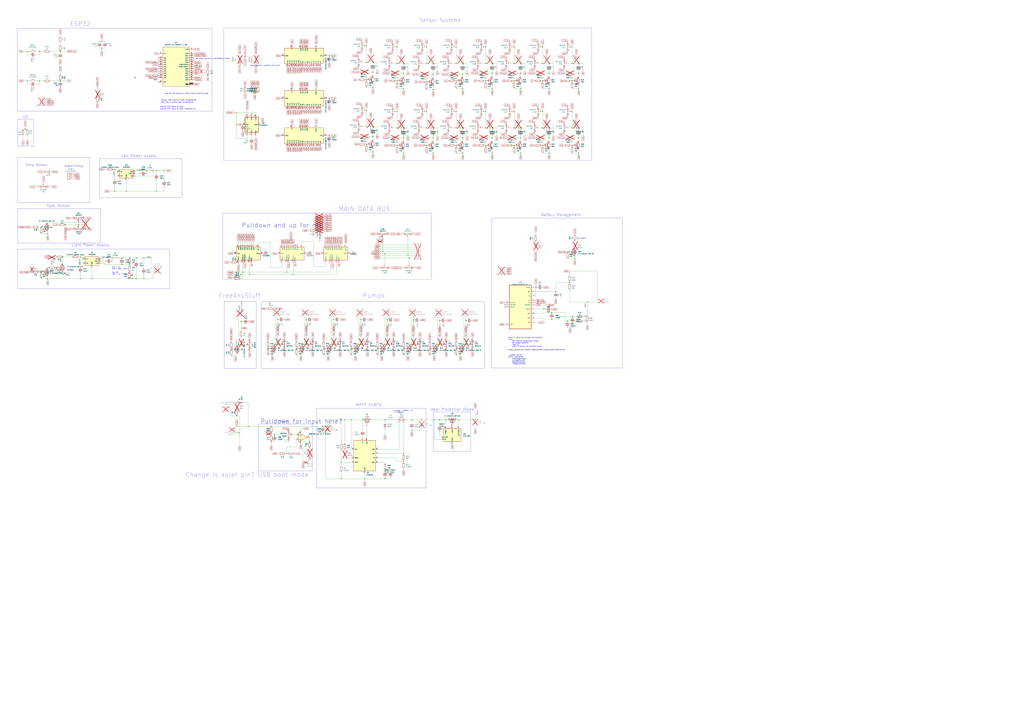
<source format=kicad_sch>
(kicad_sch
	(version 20231120)
	(generator "eeschema")
	(generator_version "8.0")
	(uuid "c26e8d55-0b6e-4c4e-b7c8-b1fed973201c")
	(paper "A0")
	(title_block
		(title "Plant Controller")
		(date "2020-12-21")
		(rev "0.4a")
		(company "C3MA")
	)
	
	(junction
		(at 278.13 502.92)
		(diameter 0)
		(color 0 0 0 0)
		(uuid "006314ff-9060-4674-a7fc-dac02fc6a66c")
	)
	(junction
		(at 314.96 504.19)
		(diameter 0)
		(color 0 0 0 0)
		(uuid "01041127-725b-4ce5-8f58-38fb3fd24a79")
	)
	(junction
		(at 667.512 300.482)
		(diameter 0)
		(color 0 0 0 0)
		(uuid "019516b6-2017-4782-b9e1-e6df47d40092")
	)
	(junction
		(at 571.5 102.87)
		(diameter 0)
		(color 0 0 0 0)
		(uuid "026b3c24-c4bc-4ca0-82cb-9b3a3781338b")
	)
	(junction
		(at 190.5 198.12)
		(diameter 0)
		(color 0 0 0 0)
		(uuid "044b370d-4a42-4fab-a8a0-78f235931201")
	)
	(junction
		(at 502.92 104.14)
		(diameter 0)
		(color 0 0 0 0)
		(uuid "05921202-6f3d-47e7-afc8-54cf16183806")
	)
	(junction
		(at 423.545 556.26)
		(diameter 0)
		(color 0 0 0 0)
		(uuid "064498dc-e504-4f86-9f3f-c7515e3a87b5")
	)
	(junction
		(at 637.54 177.8)
		(diameter 0)
		(color 0 0 0 0)
		(uuid "067aeb1c-cd17-40a2-9804-d78ecf21918c")
	)
	(junction
		(at 93.345 298.45)
		(diameter 0)
		(color 0 0 0 0)
		(uuid "06d8b90d-baa0-4504-baff-642acafdb6f4")
	)
	(junction
		(at 320.04 400.05)
		(diameter 0)
		(color 0 0 0 0)
		(uuid "09028f9d-45e1-4366-826a-88a396abe002")
	)
	(junction
		(at 671.83 177.8)
		(diameter 0)
		(color 0 0 0 0)
		(uuid "09e9f518-61d1-4fd0-86ec-2ca41f027627")
	)
	(junction
		(at 449.58 400.05)
		(diameter 0)
		(color 0 0 0 0)
		(uuid "0a372b77-1bd4-4b2a-8539-3c6b9cb168d3")
	)
	(junction
		(at 274.828 483.108)
		(diameter 0)
		(color 0 0 0 0)
		(uuid "0af1c44b-ddbf-4d31-a823-e5834c357558")
	)
	(junction
		(at 495.3 54.61)
		(diameter 0)
		(color 0 0 0 0)
		(uuid "0b9bd1bd-5d87-4203-ac6d-25f132a9d650")
	)
	(junction
		(at 664.21 168.91)
		(diameter 0)
		(color 0 0 0 0)
		(uuid "0bf93224-513b-43b0-b34e-b83cf88ace50")
	)
	(junction
		(at 31.75 59.69)
		(diameter 0)
		(color 0 0 0 0)
		(uuid "0c801748-df91-4145-83f3-9b19cb585cd0")
	)
	(junction
		(at 274.828 467.868)
		(diameter 0)
		(color 0 0 0 0)
		(uuid "0cbcfcf2-f3b3-4480-9680-29db347f36d4")
	)
	(junction
		(at 433.07 72.39)
		(diameter 0)
		(color 0 0 0 0)
		(uuid "0ebeefe8-2447-4c3c-80b1-d0d61f1efb48")
	)
	(junction
		(at 93.345 323.85)
		(diameter 0)
		(color 0 0 0 0)
		(uuid "0eea3930-0275-4c9f-97c6-e4491faf7ffd")
	)
	(junction
		(at 537.21 73.66)
		(diameter 0)
		(color 0 0 0 0)
		(uuid "0f7c9f5b-15c0-4d15-9880-73614b9dc27c")
	)
	(junction
		(at 289.56 318.77)
		(diameter 0)
		(color 0 0 0 0)
		(uuid "100d0f8b-2f86-49dd-861e-b2d9c9a4a2d9")
	)
	(junction
		(at 478.155 499.745)
		(diameter 0)
		(color 0 0 0 0)
		(uuid "136b5f16-d5fe-4c8a-8508-0e9ad86f8f43")
	)
	(junction
		(at 447.04 294.64)
		(diameter 0)
		(color 0 0 0 0)
		(uuid "14b6b14d-4e33-4c9c-a6d4-2829760e6cc4")
	)
	(junction
		(at 489.585 487.68)
		(diameter 0)
		(color 0 0 0 0)
		(uuid "15c019f7-a03b-47ae-a51c-abc73c51bd40")
	)
	(junction
		(at 563.88 54.61)
		(diameter 0)
		(color 0 0 0 0)
		(uuid "1b762162-080c-4e36-b68b-d3bd15571f83")
	)
	(junction
		(at 368.3 265.43)
		(diameter 0)
		(color 0 0 0 0)
		(uuid "1e71c6eb-62eb-41d4-bfde-df1e7aa7c319")
	)
	(junction
		(at 444.5 280.67)
		(diameter 0)
		(color 0 0 0 0)
		(uuid "1ec24ea8-049a-4547-addf-26eafaa81113")
	)
	(junction
		(at 332.74 527.05)
		(diameter 0)
		(color 0 0 0 0)
		(uuid "1ef17c59-222a-4989-aa08-3c7f869a2700")
	)
	(junction
		(at 468.63 85.09)
		(diameter 0)
		(color 0 0 0 0)
		(uuid "1f4e3c83-7f84-4013-8458-3254f2649743")
	)
	(junction
		(at 277.368 400.812)
		(diameter 0)
		(color 0 0 0 0)
		(uuid "2124662e-0101-4907-a279-d22f77f179e9")
	)
	(junction
		(at 419.1 371.348)
		(diameter 0)
		(color 0 0 0 0)
		(uuid "2125b107-250d-44b9-ae2a-63555b15b96b")
	)
	(junction
		(at 271.78 322.58)
		(diameter 0)
		(color 0 0 0 0)
		(uuid "21c9489c-b7e7-411e-8242-06cb982ccdfb")
	)
	(junction
		(at 541.02 400.05)
		(diameter 0)
		(color 0 0 0 0)
		(uuid "225164a2-0641-4a42-83a1-eb3ceb752f37")
	)
	(junction
		(at 387.35 371.094)
		(diameter 0)
		(color 0 0 0 0)
		(uuid "22b03adb-32c5-4612-9736-645d72daaf12")
	)
	(junction
		(at 510.54 487.68)
		(diameter 0)
		(color 0 0 0 0)
		(uuid "243935e2-4f6a-429d-bbc1-4327fafdf466")
	)
	(junction
		(at 368.3 262.89)
		(diameter 0)
		(color 0 0 0 0)
		(uuid "252d4a75-2db7-460c-aaed-b4520213017f")
	)
	(junction
		(at 425.45 92.71)
		(diameter 0)
		(color 0 0 0 0)
		(uuid "25d1ef73-18e6-4b45-b6a0-d161dc281a1c")
	)
	(junction
		(at 158.115 299.72)
		(diameter 0)
		(color 0 0 0 0)
		(uuid "27bdfd08-9fa2-4018-8386-f5f9458ea23f")
	)
	(junction
		(at 407.67 405.13)
		(diameter 0)
		(color 0 0 0 0)
		(uuid "288439ce-4d40-4524-9a56-c937c30e7f5c")
	)
	(junction
		(at 96.647 300.863)
		(diameter 0)
		(color 0 0 0 0)
		(uuid "2977a76b-3c36-4356-9c23-ef25b0e79774")
	)
	(junction
		(at 480.06 400.05)
		(diameter 0)
		(color 0 0 0 0)
		(uuid "2affe026-8dd0-4fb0-90f9-21a8fa9a4bdc")
	)
	(junction
		(at 659.257 292.862)
		(diameter 0)
		(color 0 0 0 0)
		(uuid "2e5d7e3a-d510-4703-91de-7e2ba8a4a274")
	)
	(junction
		(at 461.01 148.59)
		(diameter 0)
		(color 0 0 0 0)
		(uuid "30055c98-462c-4777-a626-cf867239e38d")
	)
	(junction
		(at 55.245 323.85)
		(diameter 0)
		(color 0 0 0 0)
		(uuid "30c447cc-ce18-498c-a30a-de1223bde459")
	)
	(junction
		(at 671.83 148.59)
		(diameter 0)
		(color 0 0 0 0)
		(uuid "31a2a121-855b-4cf9-8440-5bbee3de3f05")
	)
	(junction
		(at 433.07 83.82)
		(diameter 0)
		(color 0 0 0 0)
		(uuid "31ba5875-8927-4bfd-a4f8-3adf246769c4")
	)
	(junction
		(at 596.9 93.98)
		(diameter 0)
		(color 0 0 0 0)
		(uuid "32072a9c-d2dd-4fe3-9085-b2b6c66fab96")
	)
	(junction
		(at 65.405 311.15)
		(diameter 0)
		(color 0 0 0 0)
		(uuid "33109daa-b629-475e-bf83-217328126604")
	)
	(junction
		(at 322.58 400.05)
		(diameter 0)
		(color 0 0 0 0)
		(uuid "34e846f7-9dcf-4f40-8420-68c319584cee")
	)
	(junction
		(at 433.07 158.75)
		(diameter 0)
		(color 0 0 0 0)
		(uuid "37a79285-75dc-47b1-85e2-e9c3d074f7c7")
	)
	(junction
		(at 380.365 495.3)
		(diameter 0)
		(color 0 0 0 0)
		(uuid "394a6417-c4c4-43a0-ad22-7a964e628e7d")
	)
	(junction
		(at 571.5 73.66)
		(diameter 0)
		(color 0 0 0 0)
		(uuid "3cc3bd38-c946-4c29-a625-e712e268d838")
	)
	(junction
		(at 314.96 513.08)
		(diameter 0)
		(color 0 0 0 0)
		(uuid "3d8fb177-4b5a-4526-95fd-c4109587c044")
	)
	(junction
		(at 274.32 130.81)
		(diameter 0)
		(color 0 0 0 0)
		(uuid "3e916cc3-c4bb-4a04-9995-635a73841757")
	)
	(junction
		(at 537.21 86.36)
		(diameter 0)
		(color 0 0 0 0)
		(uuid "4120f630-88f8-4958-99c5-be8a6b4772f2")
	)
	(junction
		(at 645.414 338.963)
		(diameter 0)
		(color 0 0 0 0)
		(uuid "41246bb7-c8e2-4c38-9094-9b2d2a32bbbe")
	)
	(junction
		(at 461.01 93.98)
		(diameter 0)
		(color 0 0 0 0)
		(uuid "4126858c-c206-4bef-b39b-428bcec4deec")
	)
	(junction
		(at 508 400.05)
		(diameter 0)
		(color 0 0 0 0)
		(uuid "415b2ab4-f4dd-4fee-870b-9ba95dac6a8b")
	)
	(junction
		(at 571.5 148.59)
		(diameter 0)
		(color 0 0 0 0)
		(uuid "4406cfee-0ff2-44ef-a1ef-e6149581217c")
	)
	(junction
		(at 29.21 149.86)
		(diameter 0)
		(color 0 0 0 0)
		(uuid "447db467-5e2a-4cce-9c81-3e3ccb72d2ba")
	)
	(junction
		(at 69.85 59.69)
		(diameter 0)
		(color 0 0 0 0)
		(uuid "44bf766d-2222-4637-ada1-6cbff94abbf8")
	)
	(junction
		(at 150.495 323.85)
		(diameter 0)
		(color 0 0 0 0)
		(uuid "44cd3143-c150-4d17-bd07-6ba56767d7c5")
	)
	(junction
		(at 681.99 351.155)
		(diameter 0)
		(color 0 0 0 0)
		(uuid "4508e97c-f8e4-4ecb-9775-d92576a69269")
	)
	(junction
		(at 495.3 168.91)
		(diameter 0)
		(color 0 0 0 0)
		(uuid "4593d6e5-bc8e-48f0-9775-93846c33113e")
	)
	(junction
		(at 551.815 487.68)
		(diameter 0)
		(color 0 0 0 0)
		(uuid "464f670a-23da-4072-9135-c7f8cde45344")
	)
	(junction
		(at 353.06 400.05)
		(diameter 0)
		(color 0 0 0 0)
		(uuid "477944b3-0f91-44bb-99ca-1f00b91186f2")
	)
	(junction
		(at 637.54 85.09)
		(diameter 0)
		(color 0 0 0 0)
		(uuid "48fa581b-e31c-40cd-be78-2d3ece0a1d84")
	)
	(junction
		(at 461.01 54.61)
		(diameter 0)
		(color 0 0 0 0)
		(uuid "499fccfc-5e44-4fef-9ee9-4d1fdf9faa8f")
	)
	(junction
		(at 495.3 148.59)
		(diameter 0)
		(color 0 0 0 0)
		(uuid "4bdd9a73-35ba-455b-971d-29ad86479519")
	)
	(junction
		(at 344.17 405.13)
		(diameter 0)
		(color 0 0 0 0)
		(uuid "4c43d807-6025-4458-873e-b0e60bc37c3c")
	)
	(junction
		(at 664.21 54.61)
		(diameter 0)
		(color 0 0 0 0)
		(uuid "4f51b0d3-b93c-48c1-8f94-d8097a17151c")
	)
	(junction
		(at 141.605 299.72)
		(diameter 0)
		(color 0 0 0 0)
		(uuid "4fc5b79a-48b8-4875-b2fa-ce2c0b207ed6")
	)
	(junction
		(at 433.07 176.53)
		(diameter 0)
		(color 0 0 0 0)
		(uuid "5087ffa7-63f2-46a1-b798-fd54a43209da")
	)
	(junction
		(at 419.1 400.05)
		(diameter 0)
		(color 0 0 0 0)
		(uuid "547e0024-8ca5-4fd9-9ed0-6e6fa4efe2d1")
	)
	(junction
		(at 433.07 101.6)
		(diameter 0)
		(color 0 0 0 0)
		(uuid "548c700b-f320-487b-b1e6-213ddcf734d3")
	)
	(junction
		(at 276.86 304.8)
		(diameter 0)
		(color 0 0 0 0)
		(uuid "54c228c6-a419-4461-b51c-f4689ab11c16")
	)
	(junction
		(at 480.06 371.856)
		(diameter 0)
		(color 0 0 0 0)
		(uuid "54f14d31-ee75-4d90-bbd6-d53b9269dae6")
	)
	(junction
		(at 596.9 168.91)
		(diameter 0)
		(color 0 0 0 0)
		(uuid "553fd55b-c9b0-4d42-8fea-fe608c6b3e8f")
	)
	(junction
		(at 504.19 487.68)
		(diameter 0)
		(color 0 0 0 0)
		(uuid "55707df8-1ce8-4b01-b189-1ba64f13e6d9")
	)
	(junction
		(at 447.04 487.68)
		(diameter 0)
		(color 0 0 0 0)
		(uuid "557c9344-c4f5-407c-87a3-c05772708fc7")
	)
	(junction
		(at 425.45 128.27)
		(diameter 0)
		(color 0 0 0 0)
		(uuid "56ab9f7a-a80d-45b5-9f13-38a6ae5e5a2f")
	)
	(junction
		(at 664.718 367.919)
		(diameter 0)
		(color 0 0 0 0)
		(uuid "571c9066-df12-43af-bb34-ea8f17352e33")
	)
	(junction
		(at 47.752 263.906)
		(diameter 0)
		(color 0 0 0 0)
		(uuid "5a159a05-57fa-411f-9de3-7f0e035fb745")
	)
	(junction
		(at 154.305 323.85)
		(diameter 0)
		(color 0 0 0 0)
		(uuid "5a782664-d096-4b9f-8da4-e576a5adbff8")
	)
	(junction
		(at 468.63 527.05)
		(diameter 0)
		(color 0 0 0 0)
		(uuid "5aef8b40-8452-4805-a5e4-da8d93469853")
	)
	(junction
		(at 604.52 85.09)
		(diameter 0)
		(color 0 0 0 0)
		(uuid "5db28c81-ecda-48cf-9cf5-82a4652c2d72")
	)
	(junction
		(at 596.9 73.66)
		(diameter 0)
		(color 0 0 0 0)
		(uuid "5de7b025-2047-4e98-ad34-d25039409f9e")
	)
	(junction
		(at 311.15 405.13)
		(diameter 0)
		(color 0 0 0 0)
		(uuid "5df117be-4263-48e0-a710-5721bdeecfb9")
	)
	(junction
		(at 382.27 157.48)
		(diameter 0)
		(color 0 0 0 0)
		(uuid "5e7a5161-1647-47d6-9e0b-ff9ce9e31b86")
	)
	(junction
		(at 495.3 95.25)
		(diameter 0)
		(color 0 0 0 0)
		(uuid "5ebba679-b1e7-40e7-a21c-eaac87c82160")
	)
	(junction
		(at 433.07 147.32)
		(diameter 0)
		(color 0 0 0 0)
		(uuid "5ee86e6c-9861-45ff-aaf3-b0ce155250f5")
	)
	(junction
		(at 532.765 487.68)
		(diameter 0)
		(color 0 0 0 0)
		(uuid "60684402-d96a-439d-a47a-f1940a639b1b")
	)
	(junction
		(at 637.54 73.66)
		(diameter 0)
		(color 0 0 0 0)
		(uuid "6283297a-b875-4df2-a42b-317a52403718")
	)
	(junction
		(at 133.35 222.25)
		(diameter 0)
		(color 0 0 0 0)
		(uuid "62e83d49-6450-4f8e-9161-9823cbd9fa8a")
	)
	(junction
		(at 396.24 556.26)
		(diameter 0)
		(color 0 0 0 0)
		(uuid "62e8e510-5776-41a5-b7ef-659764595cf0")
	)
	(junction
		(at 629.92 54.61)
		(diameter 0)
		(color 0 0 0 0)
		(uuid "639a9374-4baa-414a-a5c4-7e13d2852c2e")
	)
	(junction
		(at 468.63 102.87)
		(diameter 0)
		(color 0 0 0 0)
		(uuid "650b02e4-fb4a-4097-88f3-57b476d8f112")
	)
	(junction
		(at 529.59 54.61)
		(diameter 0)
		(color 0 0 0 0)
		(uuid "66f71efe-5a3b-4842-81ad-702f6a9183fb")
	)
	(junction
		(at 332.74 316.23)
		(diameter 0)
		(color 0 0 0 0)
		(uuid "68f4d8af-c27e-4056-a2a9-dbd2514de570")
	)
	(junction
		(at 664.21 93.98)
		(diameter 0)
		(color 0 0 0 0)
		(uuid "690f2dc5-5473-4546-a0f5-1e3f20786db0")
	)
	(junction
		(at 478.155 487.68)
		(diameter 0)
		(color 0 0 0 0)
		(uuid "697147b1-0224-4f54-a454-fb14851852a2")
	)
	(junction
		(at 502.92 73.66)
		(diameter 0)
		(color 0 0 0 0)
		(uuid "6b072436-9cc5-44f0-8cab-e5273772d205")
	)
	(junction
		(at 517.525 487.68)
		(diameter 0)
		(color 0 0 0 0)
		(uuid "6b9d9747-b3ff-43d2-8486-466834aa4452")
	)
	(junction
		(at 447.04 547.37)
		(diameter 0)
		(color 0 0 0 0)
		(uuid "6bee4d3f-40c6-4254-8d07-1c0c6ec2a6f4")
	)
	(junction
		(at 449.58 371.602)
		(diameter 0)
		(color 0 0 0 0)
		(uuid "6c849387-b46a-4c70-adb8-4a7816d1702c")
	)
	(junction
		(at 130.175 299.72)
		(diameter 0)
		(color 0 0 0 0)
		(uuid "6e8888f6-ec84-4dea-a75b-c49e51edec1e")
	)
	(junction
		(at 571.5 177.8)
		(diameter 0)
		(color 0 0 0 0)
		(uuid "6ee7607b-1843-4037-994f-9b421f85c34b")
	)
	(junction
		(at 596.9 148.59)
		(diameter 0)
		(color 0 0 0 0)
		(uuid "708152d4-5c67-4c3c-967a-78dd154354ad")
	)
	(junction
		(at 529.59 93.98)
		(diameter 0)
		(color 0 0 0 0)
		(uuid "718782ac-57c8-435b-9457-ce995955847d")
	)
	(junction
		(at 368.3 257.81)
		(diameter 0)
		(color 0 0 0 0)
		(uuid "7357611e-6eb5-4b44-a3c1-ee563f8ae0ea")
	)
	(junction
		(at 447.04 400.05)
		(diameter 0)
		(color 0 0 0 0)
		(uuid "74872d2f-df92-44ce-a737-7d0693ac46a3")
	)
	(junction
		(at 288.163 495.3)
		(diameter 0)
		(color 0 0 0 0)
		(uuid "74d5e0e4-cd91-4e01-8980-afaf347113fd")
	)
	(junction
		(at 91.44 258.572)
		(diameter 0)
		(color 0 0 0 0)
		(uuid "750169c9-8dda-4196-8b70-7629a1386317")
	)
	(junction
		(at 421.005 487.68)
		(diameter 0)
		(color 0 0 0 0)
		(uuid "792fa4db-0ff6-47c2-b282-e4d8f6701888")
	)
	(junction
		(at 637.54 102.87)
		(diameter 0)
		(color 0 0 0 0)
		(uuid "79ec289a-2f85-4055-9210-f7916fbc3d1f")
	)
	(junction
		(at 596.9 54.61)
		(diameter 0)
		(color 0 0 0 0)
		(uuid "7a5115d1-34f1-4afd-aab6-8c3f89df22ba")
	)
	(junction
		(at 671.83 160.02)
		(diameter 0)
		(color 0 0 0 0)
		(uuid "7e319f56-b85a-4463-b8f9-7ad8f5763ea8")
	)
	(junction
		(at 146.812 222.25)
		(diameter 0)
		(color 0 0 0 0)
		(uuid "7ea02348-2ae2-4ac7-a02a-9029063eb3d7")
	)
	(junction
		(at 637.54 160.02)
		(diameter 0)
		(color 0 0 0 0)
		(uuid "7eac8976-1652-4c0a-a76d-0530fe3ae3ae")
	)
	(junction
		(at 461.01 129.54)
		(diameter 0)
		(color 0 0 0 0)
		(uuid "7f0237e1-1d71-4027-86cb-d7488d6dce27")
	)
	(junction
		(at 281.94 316.23)
		(diameter 0)
		(color 0 0 0 0)
		(uuid "805ba7db-9e85-428e-9f5b-9063e8278c60")
	)
	(junction
		(at 468.63 405.13)
		(diameter 0)
		(color 0 0 0 0)
		(uuid "80f5b8a1-cdbe-4850-a609-339b8c898669")
	)
	(junction
		(at 473.71 297.18)
		(diameter 0)
		(color 0 0 0 0)
		(uuid "819a85d3-cd43-455c-8023-715c1f29dcd2")
	)
	(junction
		(at 502.92 160.02)
		(diameter 0)
		(color 0 0 0 0)
		(uuid "8239b883-7ac0-49ae-91b3-07b3826c7fe2")
	)
	(junction
		(at 73.025 298.45)
		(diameter 0)
		(color 0 0 0 0)
		(uuid "82572895-6594-489b-b5dd-a8b4d09bcb09")
	)
	(junction
		(at 177.8 198.12)
		(diameter 0)
		(color 0 0 0 0)
		(uuid "843e9870-799e-444a-a4e6-716ced5cbe43")
	)
	(junction
		(at 637.54 148.59)
		(diameter 0)
		(color 0 0 0 0)
		(uuid "89062818-c01b-4c5a-a12c-1e35d52780ff")
	)
	(junction
		(at 425.45 53.34)
		(diameter 0)
		(color 0 0 0 0)
		(uuid "89c9668d-eb10-4371-9427-2b0654758741")
	)
	(junction
		(at 400.05 487.68)
		(diameter 0)
		(color 0 0 0 0)
		(uuid "8badbd3a-472d-49c6-9995-2681ebcad861")
	)
	(junction
		(at 563.88 93.98)
		(diameter 0)
		(color 0 0 0 0)
		(uuid "8bd86f79-7f9c-4c30-9dd8-981806e53813")
	)
	(junction
		(at 671.83 102.87)
		(diameter 0)
		(color 0 0 0 0)
		(uuid "8db1d203-e627-40a1-9aa1-eb87a34a27ca")
	)
	(junction
		(at 75.946 261.112)
		(diameter 0)
		(color 0 0 0 0)
		(uuid "8dbf3f53-4dbe-4577-8253-5d3d05e20a7d")
	)
	(junction
		(at 375.92 405.13)
		(diameter 0)
		(color 0 0 0 0)
		(uuid "8ddc18df-7f6d-40fe-971f-5b7ea913cac2")
	)
	(junction
		(at 495.3 73.66)
		(diameter 0)
		(color 0 0 0 0)
		(uuid "91f51afc-74e9-4689-bf90-5b054783b568")
	)
	(junction
		(at 136.652 199.39)
		(diameter 0)
		(color 0 0 0 0)
		(uuid "9330ab14-2e88-49fc-b8ec-647acef19c05")
	)
	(junction
		(at 425.45 147.32)
		(diameter 0)
		(color 0 0 0 0)
		(uuid "93f019f6-1cb2-47ce-ad4a-b71afdbed778")
	)
	(junction
		(at 529.59 129.54)
		(diameter 0)
		(color 0 0 0 0)
		(uuid "943b67a7-896a-4d51-b5a7-cd6889520825")
	)
	(junction
		(at 571.5 160.02)
		(diameter 0)
		(color 0 0 0 0)
		(uuid "944582dc-9ad6-4270-b98c-6b7423b11410")
	)
	(junction
		(at 537.21 148.59)
		(diameter 0)
		(color 0 0 0 0)
		(uuid "957e10ff-76bd-489f-b9fe-ab1fdb884450")
	)
	(junction
		(at 368.3 255.27)
		(diameter 0)
		(color 0 0 0 0)
		(uuid "95e16490-1476-42b0-b339-2eae951bab1c")
	)
	(junction
		(at 150.495 307.34)
		(diameter 0)
		(color 0 0 0 0)
		(uuid "96f15460-13f3-4312-89f8-b71934eaedb8")
	)
	(junction
		(at 671.83 73.66)
		(diameter 0)
		(color 0 0 0 0)
		(uuid "974cb32f-b17f-415b-a3ed-4c573300644d")
	)
	(junction
		(at 106.807 323.85)
		(diameter 0)
		(color 0 0 0 0)
		(uuid "977868cb-abe1-483f-8f43-5a8a20726067")
	)
	(junction
		(at 563.88 168.91)
		(diameter 0)
		(color 0 0 0 0)
		(uuid "979d0b85-f2dc-43e5-91a2-e7e9a479ccd3")
	)
	(junction
		(at 382.27 64.77)
		(diameter 0)
		(color 0 0 0 0)
		(uuid "99de8f7d-0bac-4189-8a58-7eb488261416")
	)
	(junction
		(at 571.5 85.09)
		(diameter 0)
		(color 0 0 0 0)
		(uuid "9b65336d-5277-4cda-9817-8d963731baca")
	)
	(junction
		(at 241.3 87.63)
		(diameter 0)
		(color 0 0 0 0)
		(uuid "9d32f91d-40f9-42f9-b044-70d19854227e")
	)
	(junction
		(at 510.54 372.364)
		(diameter 0)
		(color 0 0 0 0)
		(uuid "a1d7e5c8-d217-457c-b56c-ecad97fd4c0e")
	)
	(junction
		(at 538.48 400.05)
		(diameter 0)
		(color 0 0 0 0)
		(uuid "a29c0663-342d-4535-aac0-b31dad8318cf")
	)
	(junction
		(at 45.72 59.69)
		(diameter 0)
		(color 0 0 0 0)
		(uuid "a3104c80-278d-416a-b409-fd08d784c6c7")
	)
	(junction
		(at 563.88 73.66)
		(diameter 0)
		(color 0 0 0 0)
		(uuid "a4f2e3e9-2f62-4ed2-91cb-96ac4bea021e")
	)
	(junction
		(at 355.6 400.05)
		(diameter 0)
		(color 0 0 0 0)
		(uuid "a685894a-983c-450f-b9c3-4d7e6d929974")
	)
	(junction
		(at 425.45 167.64)
		(diameter 0)
		(color 0 0 0 0)
		(uuid "a692c08c-551f-44a7-adb6-606c3bb62932")
	)
	(junction
		(at 167.005 323.85)
		(diameter 0)
		(color 0 0 0 0)
		(uuid "a70da482-a861-4e2f-9d2b-6183a6f0f87e")
	)
	(junction
		(at 37.084 316.23)
		(diameter 0)
		(color 0 0 0 0)
		(uuid "a757038c-5365-4452-9233-cd270451996f")
	)
	(junction
		(at 629.92 129.54)
		(diameter 0)
		(color 0 0 0 0)
		(uuid "a77abfe7-e262-4002-9648-a4dca1c184b1")
	)
	(junction
		(at 495.3 129.54)
		(diameter 0)
		(color 0 0 0 0)
		(uuid "a7ead05e-fd26-4f6a-98b1-c130e29a0605")
	)
	(junction
		(at 468.63 535.94)
		(diameter 0)
		(color 0 0 0 0)
		(uuid "a8c1d291-f95c-499f-a8f0-8d347b07d19e")
	)
	(junction
		(at 408.305 487.68)
		(diameter 0)
		(color 0 0 0 0)
		(uuid "a90e40e7-9f3e-4a7e-bc30-d292bc1ab9ed")
	)
	(junction
		(at 396.24 487.68)
		(diameter 0)
		(color 0 0 0 0)
		(uuid "a918e227-4862-4ef1-b1b4-1ecbab47421d")
	)
	(junction
		(at 529.59 168.91)
		(diameter 0)
		(color 0 0 0 0)
		(uuid "a97fc95b-6246-49f0-b0cf-bf3aa6f54de2")
	)
	(junction
		(at 99.314 266.192)
		(diameter 0)
		(color 0 0 0 0)
		(uuid "a99f2dd3-1db5-4646-bd5d-42af73cee85a")
	)
	(junction
		(at 377.825 502.92)
		(diameter 0)
		(color 0 0 0 0)
		(uuid "aa0d7669-67ff-4603-888b-7d15a03d73a6")
	)
	(junction
		(at 150.495 299.72)
		(diameter 0)
		(color 0 0 0 0)
		(uuid "aa659c87-6d9f-4a94-913b-ec00337baaa9")
	)
	(junction
		(at 537.21 160.02)
		(diameter 0)
		(color 0 0 0 0)
		(uuid "aa7470b0-25fe-426c-8e11-da1c1d924805")
	)
	(junction
		(at 141.605 307.34)
		(diameter 0)
		(color 0 0 0 0)
		(uuid "ab83cc7b-a4bb-42ce-806a-ad57b1f1f16f")
	)
	(junction
		(at 622.3 333.883)
		(diameter 0)
		(color 0 0 0 0)
		(uuid "abed498a-7286-4258-a6a3-0ad40837fa9c")
	)
	(junction
		(at 318.77 505.46)
		(diameter 0)
		(color 0 0 0 0)
		(uuid "ac18742b-0669-4417-bf96-99d1ab0ff75f")
	)
	(junction
		(at 529.59 405.13)
		(diameter 0)
		(color 0 0 0 0)
		(uuid "ac6041ae-1077-46a6-b33a-6e568b0f7d89")
	)
	(junction
		(at 297.18 107.95)
		(diameter 0)
		(color 0 0 0 0)
		(uuid "ad6aca5a-aa99-4b42-a3e4-f6f27dae664e")
	)
	(junction
		(at 355.6 371.348)
		(diameter 0)
		(color 0 0 0 0)
		(uuid "ae161ff6-e303-4db5-b037-b1f45682a4bb")
	)
	(junction
		(at 604.52 73.66)
		(diameter 0)
		(color 0 0 0 0)
		(uuid "af24c530-bace-4098-b28e-8213bb1a8743")
	)
	(junction
		(at 295.91 107.95)
		(diameter 0)
		(color 0 0 0 0)
		(uuid "af4549b6-4e25-4c36-b4d9-5cfa50547ca1")
	)
	(junction
		(at 359.41 513.08)
		(diameter 0)
		(color 0 0 0 0)
		(uuid "b3465a47-f032-463a-8cb4-a402cd509d71")
	)
	(junction
		(at 382.27 114.3)
		(diameter 0)
		(color 0 0 0 0)
		(uuid "b5f987b1-82e9-4d50-afd8-20682cecf96f")
	)
	(junction
		(at 468.63 177.8)
		(diameter 0)
		(color 0 0 0 0)
		(uuid "b88c6033-15ac-4b13-83da-7bbe1c1195dd")
	)
	(junction
		(at 502.92 177.8)
		(diameter 0)
		(color 0 0 0 0)
		(uuid "bb2d97e8-7888-40b3-ad5f-0b2ed971ec7b")
	)
	(junction
		(at 73.025 318.77)
		(diameter 0)
		(color 0 0 0 0)
		(uuid "c1341956-3e76-4b89-ab41-469a1db0015c")
	)
	(junction
		(at 510.54 400.05)
		(diameter 0)
		(color 0 0 0 0)
		(uuid "c1611925-d0ac-42a4-83ae-6844b1cb71e3")
	)
	(junction
		(at 461.01 73.66)
		(diameter 0)
		(color 0 0 0 0)
		(uuid "c1f12c77-fc36-4c4e-9402-b971f8787376")
	)
	(junction
		(at 91.44 261.112)
		(diameter 0)
		(color 0 0 0 0)
		(uuid "c2c812ed-41b4-4200-984f-e76eae1d14de")
	)
	(junction
		(at 45.72 93.98)
		(diameter 0)
		(color 0 0 0 0)
		(uuid "c39add44-ba76-41fb-8f18-28fa0366e282")
	)
	(junction
		(at 314.96 495.3)
		(diameter 0)
		(color 0 0 0 0)
		(uuid "c658b47a-3e79-4147-ac21-89a17ecf409a")
	)
	(junction
		(at 322.58 371.094)
		(diameter 0)
		(color 0 0 0 0)
		(uuid "c6d07995-bb57-4c01-9d40-c8c408016a09")
	)
	(junction
		(at 468.63 73.66)
		(diameter 0)
		(color 0 0 0 0)
		(uuid "c9bcc4dd-2e45-4814-917d-222bf96092ff")
	)
	(junction
		(at 181.61 222.25)
		(diameter 0)
		(color 0 0 0 0)
		(uuid "cac620f5-0af6-41f8-9844-d9f07ee0c129")
	)
	(junction
		(at 396.24 537.21)
		(diameter 0)
		(color 0 0 0 0)
		(uuid "caf08951-498e-42d7-836c-4ada133aecad")
	)
	(junction
		(at 279.908 373.634)
		(diameter 0)
		(color 0 0 0 0)
		(uuid "cbfbbc2e-484a-4954-8dc2-c7386c5d1301")
	)
	(junction
		(at 640.588 363.347)
		(diameter 0)
		(color 0 0 0 0)
		(uuid "cc2cd7a1-fffc-47d8-9f80-fed0488b65e2")
	)
	(junction
		(at 529.59 73.66)
		(diameter 0)
		(color 0 0 0 0)
		(uuid "cc4db2b3-7a3d-4ef2-b3b0-bc2a5b38938e")
	)
	(junction
		(at 133.35 196.85)
		(diameter 0)
		(color 0 0 0 0)
		(uuid "cc922bc0-96bd-4b17-b53a-b9b1b8fdaebf")
	)
	(junction
		(at 294.64 107.95)
		(diameter 0)
		(color 0 0 0 0)
		(uuid "cd4269e0-1f42-4344-8d26-de82a41ddaff")
	)
	(junction
		(at 629.92 93.98)
		(diameter 0)
		(color 0 0 0 0)
		(uuid "ceefa2d2-00e3-4b3c-a7ad-0e8ac388ebb9")
	)
	(junction
		(at 604.52 177.8)
		(diameter 0)
		(color 0 0 0 0)
		(uuid "d001e9a1-587b-41cc-81aa-c56d8da361ee")
	)
	(junction
		(at 499.11 405.13)
		(diameter 0)
		(color 0 0 0 0)
		(uuid "d0ccfc37-9d2e-4994-b901-fab6c387aa2a")
	)
	(junction
		(at 537.21 177.8)
		(diameter 0)
		(color 0 0 0 0)
		(uuid "d1010438-7a43-4538-9e86-217bd01f8c14")
	)
	(junction
		(at 368.3 267.97)
		(diameter 0)
		(color 0 0 0 0)
		(uuid "d14a960b-df64-4cee-80fc-25c3debc3b63")
	)
	(junction
		(at 158.115 323.85)
		(diameter 0)
		(color 0 0 0 0)
		(uuid "d17c286e-9606-4cb2-902a-10021903ed9a")
	)
	(junction
		(at 671.83 85.09)
		(diameter 0)
		(color 0 0 0 0)
		(uuid "d1d52e82-91ba-48cd-b468-139b1071e8d5")
	)
	(junction
		(at 31.75 93.98)
		(diameter 0)
		(color 0 0 0 0)
		(uuid "d2b0a197-1410-44de-bdc3-e63959ff5b39")
	)
	(junction
		(at 537.21 102.87)
		(diameter 0)
		(color 0 0 0 0)
		(uuid "d2b90904-e6cb-4742-881e-0fd35570115c")
	)
	(junction
		(at 368.3 252.73)
		(diameter 0)
		(color 0 0 0 0)
		(uuid "d48d5ecb-021c-46d1-b6e1-8cccf5ad30d1")
	)
	(junction
		(at 661.416 328.295)
		(diameter 0)
		(color 0 0 0 0)
		(uuid "d5d6a42c-48b3-4a54-a79b-12276d91096b")
	)
	(junction
		(at 55.372 271.526)
		(diameter 0)
		(color 0 0 0 0)
		(uuid "d6db9766-b81b-4a66-bc0a-843f0aeb559b")
	)
	(junction
		(at 541.02 372.364)
		(diameter 0)
		(color 0 0 0 0)
		(uuid "d776c8dc-ee54-41b4-8224-e7ddbf0679dc")
	)
	(junction
		(at 640.588 370.967)
		(diameter 0)
		(color 0 0 0 0)
		(uuid "da137c69-6bb9-4555-bf7f-fd4ad6c5fd06")
	)
	(junction
		(at 438.15 405.13)
		(diameter 0)
		(color 0 0 0 0)
		(uuid "db8fa153-556e-4fc4-a8b6-63a7062d08ed")
	)
	(junction
		(at 425.45 72.39)
		(diameter 0)
		(color 0 0 0 0)
		(uuid "dc8c6e94-1eff-45c1-b92e-b1caf2f34015")
	)
	(junction
		(at 181.61 198.12)
		(diameter 0)
		(color 0 0 0 0)
		(uuid "dd5d2f91-6f31-4419-a01a-1ac3389098ab")
	)
	(junction
		(at 374.65 495.3)
		(diameter 0)
		(color 0 0 0 0)
		(uuid "dda3d65b-6f54-4ee4-b1a0-dc35f1b01992")
	)
	(junction
		(at 170.18 198.12)
		(diameter 0)
		(color 0 0 0 0)
		(uuid "de92b6a6-7a53-41cb-a051-66e1e7d1d440")
	)
	(junction
		(at 368.3 260.35)
		(diameter 0)
		(color 0 0 0 0)
		(uuid "dfafa1ec-5cf4-4609-89b7-e43a37c90c17")
	)
	(junction
		(at 529.59 148.59)
		(diameter 0)
		(color 0 0 0 0)
		(uuid "e018a52d-1f7f-43d2-9757-f2f7c2a0a9c0")
	)
	(junction
		(at 604.52 148.59)
		(diameter 0)
		(color 0 0 0 0)
		(uuid "e0334824-28a0-4a4e-ab6d-b2e5a2ed4e19")
	)
	(junction
		(at 604.52 160.02)
		(diameter 0)
		(color 0 0 0 0)
		(uuid "e03df205-b0f8-4eb0-94ac-6d108b56efdd")
	)
	(junction
		(at 664.21 73.66)
		(diameter 0)
		(color 0 0 0 0)
		(uuid "e3a79e63-e583-47fd-8a7e-9e2f377a96f0")
	)
	(junction
		(at 268.478 405.892)
		(diameter 0)
		(color 0 0 0 0)
		(uuid "e3bac401-521f-443a-951f-18f502070861")
	)
	(junction
		(at 340.36 318.77)
		(diameter 0)
		(color 0 0 0 0)
		(uuid "e464f851-f7e1-4e95-b3ff-5a5e1e06a88d")
	)
	(junction
		(at 167.005 299.72)
		(diameter 0)
		(color 0 0 0 0)
		(uuid "e48746df-7668-499a-98dc-b9ffcda2bccd")
	)
	(junction
		(at 47.625 316.23)
		(diameter 0)
		(color 0 0 0 0)
		(uuid "e4c2dbc9-3598-4718-afb3-500c7ff75445")
	)
	(junction
		(at 447.04 556.26)
		(diameter 0)
		(color 0 0 0 0)
		(uuid "e5f993bb-4d95-4a9a-b24b-923011bb963a")
	)
	(junction
		(at 387.35 400.05)
		(diameter 0)
		(color 0 0 0 0)
		(uuid "e6344c4b-5e26-4315-8e1d-efd642df3581")
	)
	(junction
		(at 563.88 148.59)
		(diameter 0)
		(color 0 0 0 0)
		(uuid "e76d7a19-9315-45bb-9ea4-e65adba1a7a8")
	)
	(junction
		(at 444.5 292.1)
		(diameter 0)
		(color 0 0 0 0)
		(uuid "e86900c0-86ce-4777-88bb-4f9ecf777fc0")
	)
	(junction
		(at 629.92 168.91)
		(diameter 0)
		(color 0 0 0 0)
		(uuid "e879c254-09e3-4fcf-9f2d-28dd7d9ba433")
	)
	(junction
		(at 468.63 148.59)
		(diameter 0)
		(color 0 0 0 0)
		(uuid "e97dcb44-7b48-4f00-aba6-795f672687ba")
	)
	(junction
		(at 631.444 359.283)
		(diameter 0)
		(color 0 0 0 0)
		(uuid "ea2ed474-b80c-41c1-b8f5-085b08547d63")
	)
	(junction
		(at 658.876 372.999)
		(diameter 0)
		(color 0 0 0 0)
		(uuid "ea4d2cbb-15b1-43ba-9c85-87d68b81d9f6")
	)
	(junction
		(at 279.908 400.812)
		(diameter 0)
		(color 0 0 0 0)
		(uuid "ea81a12e-80a8-4055-a8fc-17c9562b0042")
	)
	(junction
		(at 279.4 318.77)
		(diameter 0)
		(color 0 0 0 0)
		(uuid "eb134ef6-0e32-46e8-9263-d8797dfe432d")
	)
	(junction
		(at 629.92 73.66)
		(diameter 0)
		(color 0 0 0 0)
		(uuid "ec234dbf-5504-4d77-9942-03edf134f9e0")
	)
	(junction
		(at 118.11 55.88)
		(diameter 0)
		(color 0 0 0 0)
		(uuid "eccbfa59-0c6d-47df-8d18-db1d8a427072")
	)
	(junction
		(at 69.85 93.98)
		(diameter 0)
		(color 0 0 0 0)
		(uuid "ed603a96-a752-490d-9f6b-e11a5c28a267")
	)
	(junction
		(at 629.92 148.59)
		(diameter 0)
		(color 0 0 0 0)
		(uuid "ee1a89d1-031b-4d98-a62d-973c7823ade8")
	)
	(junction
		(at 477.52 400.05)
		(diameter 0)
		(color 0 0 0 0)
		(uuid "ee4ab3a4-59f7-4db1-a482-501b9cb3788f")
	)
	(junction
		(at 474.98 299.72)
		(diameter 0)
		(color 0 0 0 0)
		(uuid "ef25ea8a-6f53-4ead-85fb-dc902e324c3a")
	)
	(junction
		(at 502.92 86.36)
		(diameter 0)
		(color 0 0 0 0)
		(uuid "efdf307e-8d67-430a-8c03-6dab3e4f4f72")
	)
	(junction
		(at 118.11 48.26)
		(diameter 0)
		(color 0 0 0 0)
		(uuid "f1a67806-2122-488a-be9e-3def99cac9b4")
	)
	(junction
		(at 468.63 160.02)
		(diameter 0)
		(color 0 0 0 0)
		(uuid "f3311c3a-ce52-435d-9996-86b7f9c1e897")
	)
	(junction
		(at 384.81 400.05)
		(diameter 0)
		(color 0 0 0 0)
		(uuid "f33c1570-2595-49f1-9ca5-56aecadb8578")
	)
	(junction
		(at 461.01 168.91)
		(diameter 0)
		(color 0 0 0 0)
		(uuid "f46f3c81-f81c-494b-940e-b2a7612a9b00")
	)
	(junction
		(at 502.92 148.59)
		(diameter 0)
		(color 0 0 0 0)
		(uuid "f97a5685-0e9a-42fc-8703-e760793b9fd0")
	)
	(junction
		(at 664.21 148.59)
		(diameter 0)
		(color 0 0 0 0)
		(uuid "fadeb8be-e293-403d-b08e-d4079f1d66c2")
	)
	(junction
		(at 596.9 129.54)
		(diameter 0)
		(color 0 0 0 0)
		(uuid "faf76a27-4651-4082-83d1-9449cc5a0db2")
	)
	(junction
		(at 664.21 129.54)
		(diameter 0)
		(color 0 0 0 0)
		(uuid "fd16341c-1c4c-4bd6-a643-9f711a9c3408")
	)
	(junction
		(at 563.88 129.54)
		(diameter 0)
		(color 0 0 0 0)
		(uuid "fd82d936-40c3-47c3-8f6b-5ed31b17a829")
	)
	(junction
		(at 604.52 102.87)
		(diameter 0)
		(color 0 0 0 0)
		(uuid "fedba8c9-8c3d-4d07-a3e2-646f50f83f6f")
	)
	(junction
		(at 416.56 400.05)
		(diameter 0)
		(color 0 0 0 0)
		(uuid "ff4c02dc-5696-44f6-8008-5806e9acfc7a")
	)
	(no_connect
		(at 224.79 69.85)
		(uuid "11ce84ce-44a9-4518-a182-d1fa021941ba")
	)
	(no_connect
		(at 586.232 356.743)
		(uuid "301f968e-2ec8-4ccb-9484-9b52fd4c2f33")
	)
	(no_connect
		(at 184.15 67.31)
		(uuid "6d645bf1-339f-4b38-a26a-bdd168ca591e")
	)
	(no_connect
		(at 345.44 284.48)
		(uuid "719545ae-5f44-4f43-8b18-88571e66d52d")
	)
	(no_connect
		(at 184.15 85.09)
		(uuid "73f22c4a-853b-4663-a287-174ec9a91a1b")
	)
	(no_connect
		(at 184.15 69.85)
		(uuid "80156458-0c76-4971-a355-021501422841")
	)
	(no_connect
		(at 224.79 67.31)
		(uuid "a51a1ec3-f41f-4d68-aa13-e08c63246ac6")
	)
	(no_connect
		(at 342.9 284.48)
		(uuid "afc642fd-b037-4b56-8f9c-d8d1e4407c08")
	)
	(no_connect
		(at 586.232 354.203)
		(uuid "bfbcf357-a418-4f1e-bc29-ca100b7597a9")
	)
	(no_connect
		(at 292.1 132.08)
		(uuid "dd3ce984-3983-4f09-82f2-e087fd9c0ec0")
	)
	(no_connect
		(at 184.15 77.47)
		(uuid "f112b500-a680-49d1-8ed2-1da1c4b8baeb")
	)
	(wire
		(pts
			(xy 26.67 157.48) (xy 26.67 162.56)
		)
		(stroke
			(width 0)
			(type default)
		)
		(uuid "003b740f-4a16-46ca-93c7-dff311fe3df9")
	)
	(wire
		(pts
			(xy 693.42 351.155) (xy 681.99 351.155)
		)
		(stroke
			(width 0)
			(type default)
		)
		(uuid "0053f506-cadc-47e6-8f90-63918ab6e01c")
	)
	(wire
		(pts
			(xy 156.972 199.39) (xy 156.972 198.12)
		)
		(stroke
			(width 0)
			(type default)
		)
		(uuid "00544d92-b95c-48ab-bded-20aed4215a84")
	)
	(wire
		(pts
			(xy 468.63 99.06) (xy 468.63 102.87)
		)
		(stroke
			(width 0)
			(type default)
		)
		(uuid "00606928-bac5-4408-a3d7-21407fadee68")
	)
	(wire
		(pts
			(xy 649.478 370.967) (xy 640.588 370.967)
		)
		(stroke
			(width 0)
			(type default)
		)
		(uuid "0138e388-dcd3-4184-8aff-8bcdb067e52f")
	)
	(wire
		(pts
			(xy 41.91 63.5) (xy 45.72 63.5)
		)
		(stroke
			(width 0)
			(type default)
		)
		(uuid "0177a789-58ee-4342-a75b-6dc9759a0292")
	)
	(wire
		(pts
			(xy 175.895 313.055) (xy 175.895 299.72)
		)
		(stroke
			(width 0)
			(type default)
		)
		(uuid "017ff145-3761-41b1-9921-b6b9c4d34ef1")
	)
	(wire
		(pts
			(xy 438.15 81.28) (xy 438.15 72.39)
		)
		(stroke
			(width 0)
			(type default)
		)
		(uuid "01857332-fc13-4684-bb70-f9eee886c3a0")
	)
	(wire
		(pts
			(xy 510.54 372.364) (xy 510.54 377.19)
		)
		(stroke
			(width 0)
			(type default)
		)
		(uuid "019c3cdc-6669-4649-94f3-4ae853aeb18a")
	)
	(wire
		(pts
			(xy 604.52 173.99) (xy 604.52 177.8)
		)
		(stroke
			(width 0)
			(type default)
		)
		(uuid "01eb084a-fac6-4933-81d9-7496a9d7ebe6")
	)
	(wire
		(pts
			(xy 381 487.68) (xy 381 495.3)
		)
		(stroke
			(width 0)
			(type default)
		)
		(uuid "0209f908-9ab2-4859-bfcd-be82dd453d27")
	)
	(wire
		(pts
			(xy 55.372 258.572) (xy 91.44 258.572)
		)
		(stroke
			(width 0)
			(type default)
		)
		(uuid "02ba64d9-e763-4d47-978e-74978085583f")
	)
	(wire
		(pts
			(xy 314.96 513.08) (xy 314.96 516.89)
		)
		(stroke
			(width 0)
			(type default)
		)
		(uuid "02d9f525-81dc-4358-a721-5c3e828397c8")
	)
	(wire
		(pts
			(xy 381 410.21) (xy 381 412.75)
		)
		(stroke
			(width 0)
			(type default)
		)
		(uuid "0404e42b-a8e3-46d1-bd78-a03d3bf9ef75")
	)
	(wire
		(pts
			(xy 571.5 157.48) (xy 571.5 160.02)
		)
		(stroke
			(width 0)
			(type default)
		)
		(uuid "043cb6ff-a5c8-4fbb-82cf-aefb30c6af7f")
	)
	(wire
		(pts
			(xy 502.92 148.59) (xy 502.92 149.86)
		)
		(stroke
			(width 0)
			(type default)
		)
		(uuid "0476c96d-84c7-40c6-a537-1e276919c966")
	)
	(wire
		(pts
			(xy 322.58 368.3) (xy 322.58 371.094)
		)
		(stroke
			(width 0)
			(type default)
		)
		(uuid "0493a217-294f-4dbb-9ddb-266a136d82bf")
	)
	(wire
		(pts
			(xy 447.04 556.26) (xy 447.04 554.99)
		)
		(stroke
			(width 0)
			(type default)
		)
		(uuid "050384b2-02ed-4f35-bf49-9f2b56872ebf")
	)
	(wire
		(pts
			(xy 267.208 467.868) (xy 274.828 467.868)
		)
		(stroke
			(width 0)
			(type default)
		)
		(uuid "0528c3df-8906-4063-94f0-6f2c8cf50025")
	)
	(wire
		(pts
			(xy 441.96 297.18) (xy 473.71 297.18)
		)
		(stroke
			(width 0)
			(type default)
		)
		(uuid "060df674-6c99-455c-90bc-a6a9efc03924")
	)
	(wire
		(pts
			(xy 537.21 410.21) (xy 534.67 410.21)
		)
		(stroke
			(width 0)
			(type default)
		)
		(uuid "064a38e2-3216-4113-a380-67f38427a639")
	)
	(wire
		(pts
			(xy 408.305 521.97) (xy 408.305 487.68)
		)
		(stroke
			(width 0)
			(type default)
		)
		(uuid "06aab875-7c24-44e0-af16-3ef5b38c789f")
	)
	(wire
		(pts
			(xy 177.8 323.85) (xy 177.8 315.595)
		)
		(stroke
			(width 0)
			(type default)
		)
		(uuid "0707b3d1-d988-44db-8586-ffdfd16b4e1a")
	)
	(wire
		(pts
			(xy 190.5 198.12) (xy 190.5 209.55)
		)
		(stroke
			(width 0)
			(type default)
		)
		(uuid "073a5a3e-ce2a-4308-9d5f-8e5083d6900a")
	)
	(wire
		(pts
			(xy 468.63 102.87) (xy 468.63 104.14)
		)
		(stroke
			(width 0)
			(type default)
		)
		(uuid "0802fcfa-31f6-4de3-837d-50a67ccd2733")
	)
	(wire
		(pts
			(xy 449.58 400.05) (xy 447.04 400.05)
		)
		(stroke
			(width 0)
			(type default)
		)
		(uuid "084fded9-cfee-400e-9325-0f602e45de35")
	)
	(wire
		(pts
			(xy 468.63 73.66) (xy 461.01 73.66)
		)
		(stroke
			(width 0)
			(type default)
		)
		(uuid "086d707f-71ed-4ce7-ae50-77e1a1bb4743")
	)
	(wire
		(pts
			(xy 426.085 495.3) (xy 426.085 509.27)
		)
		(stroke
			(width 0)
			(type default)
		)
		(uuid "0a41d184-a92a-423a-a1ed-8403bc262715")
	)
	(wire
		(pts
			(xy 529.59 403.86) (xy 529.59 405.13)
		)
		(stroke
			(width 0)
			(type default)
		)
		(uuid "0b0ca2cc-5b1f-45a8-87ce-17db11d51839")
	)
	(wire
		(pts
			(xy 576.58 73.66) (xy 571.5 73.66)
		)
		(stroke
			(width 0)
			(type default)
		)
		(uuid "0bfb4148-db3c-4ac8-b372-638382bf488e")
	)
	(wire
		(pts
			(xy 154.305 323.85) (xy 158.115 323.85)
		)
		(stroke
			(width 0)
			(type default)
		)
		(uuid "0c38d0d8-b4f2-443e-af1f-eea7d894e6db")
	)
	(wire
		(pts
			(xy 671.83 148.59) (xy 664.21 148.59)
		)
		(stroke
			(width 0)
			(type default)
		)
		(uuid "0c88fde5-da71-472a-8f1d-0375025b916d")
	)
	(wire
		(pts
			(xy 473.71 148.59) (xy 468.63 148.59)
		)
		(stroke
			(width 0)
			(type default)
		)
		(uuid "0c904f6f-bf4f-422a-a5de-15ea8badc359")
	)
	(wire
		(pts
			(xy 528.32 93.98) (xy 529.59 93.98)
		)
		(stroke
			(width 0)
			(type default)
		)
		(uuid "0d6bafbb-6da8-4db3-8cb2-2d07dbc1f80c")
	)
	(wire
		(pts
			(xy 630.428 364.363) (xy 621.792 364.363)
		)
		(stroke
			(width 0)
			(type default)
		)
		(uuid "0d6c20ce-9cac-49ba-a22d-21974c44b4a4")
	)
	(wire
		(pts
			(xy 468.63 173.99) (xy 468.63 177.8)
		)
		(stroke
			(width 0)
			(type default)
		)
		(uuid "0de4fa0b-b6e3-42c1-a7b0-e2e7921e8012")
	)
	(wire
		(pts
			(xy 382.27 64.77) (xy 383.54 64.77)
		)
		(stroke
			(width 0)
			(type default)
		)
		(uuid "0e4a0b7f-4ba1-4e0e-b717-a158f4226979")
	)
	(wire
		(pts
			(xy 631.444 359.283) (xy 633.095 359.283)
		)
		(stroke
			(width 0)
			(type default)
		)
		(uuid "0e8314bb-7945-4b0a-a0ae-c2098f514198")
	)
	(wire
		(pts
			(xy 532.765 487.68) (xy 532.765 495.3)
		)
		(stroke
			(width 0)
			(type default)
		)
		(uuid "0eaa1397-d5f3-4146-853a-480b80af26af")
	)
	(wire
		(pts
			(xy 55.245 323.85) (xy 93.345 323.85)
		)
		(stroke
			(width 0)
			(type default)
		)
		(uuid "0eb9dc12-a443-4a66-a7f6-19cd17c4e3f4")
	)
	(wire
		(pts
			(xy 664.21 146.05) (xy 664.21 148.59)
		)
		(stroke
			(width 0)
			(type default)
		)
		(uuid "0ee90775-6921-419c-b110-dfc80b7dc670")
	)
	(wire
		(pts
			(xy 676.91 367.919) (xy 678.18 367.919)
		)
		(stroke
			(width 0)
			(type default)
		)
		(uuid "0ef98f37-f666-4edd-adc6-2b452cc2fddd")
	)
	(wire
		(pts
			(xy 676.91 82.55) (xy 676.91 73.66)
		)
		(stroke
			(width 0)
			(type default)
		)
		(uuid "0f5baf41-5991-439e-91c6-c8d5e1c9548d")
	)
	(wire
		(pts
			(xy 167.005 318.77) (xy 167.005 323.85)
		)
		(stroke
			(width 0)
			(type default)
		)
		(uuid "0fe4f881-4955-4cd0-aff7-2d7b488e293f")
	)
	(wire
		(pts
			(xy 537.21 148.59) (xy 529.59 148.59)
		)
		(stroke
			(width 0)
			(type default)
		)
		(uuid "102bb86c-7978-4041-87a5-5b198f7ab78d")
	)
	(wire
		(pts
			(xy 637.54 99.06) (xy 637.54 102.87)
		)
		(stroke
			(width 0)
			(type default)
		)
		(uuid "1057b6ad-ce5c-42d3-8ba1-d22793d47382")
	)
	(wire
		(pts
			(xy 106.807 323.85) (xy 106.807 311.023)
		)
		(stroke
			(width 0)
			(type default)
		)
		(uuid "10f2d3f2-7228-401e-81f4-409d093205d1")
	)
	(wire
		(pts
			(xy 658.114 292.862) (xy 659.257 292.862)
		)
		(stroke
			(width 0)
			(type default)
		)
		(uuid "1172bd3d-97c1-4ab1-bacc-e3e40d049877")
	)
	(wire
		(pts
			(xy 473.71 297.18) (xy 480.06 297.18)
		)
		(stroke
			(width 0)
			(type default)
		)
		(uuid "11eaf6c9-3903-4fd2-bae9-169cb5b432f4")
	)
	(wire
		(pts
			(xy 421.005 487.68) (xy 421.005 499.745)
		)
		(stroke
			(width 0)
			(type default)
		)
		(uuid "11fcb7a2-4722-4e65-bbb7-34261f7450cb")
	)
	(wire
		(pts
			(xy 676.91 73.66) (xy 671.83 73.66)
		)
		(stroke
			(width 0)
			(type default)
		)
		(uuid "121cad29-6625-4630-8e2f-e0133815049d")
	)
	(wire
		(pts
			(xy 661.416 351.155) (xy 681.99 351.155)
		)
		(stroke
			(width 0)
			(type default)
		)
		(uuid "12de7949-ae3c-4544-9587-c79e11830b5b")
	)
	(wire
		(pts
			(xy 528.32 168.91) (xy 529.59 168.91)
		)
		(stroke
			(width 0)
			(type default)
		)
		(uuid "1330e4f4-5c83-4733-8478-4bb3395b6583")
	)
	(wire
		(pts
			(xy 637.54 177.8) (xy 637.54 179.07)
		)
		(stroke
			(width 0)
			(type default)
		)
		(uuid "137ee87c-6003-4805-bdab-e093f4b16e4b")
	)
	(wire
		(pts
			(xy 468.63 403.86) (xy 468.63 405.13)
		)
		(stroke
			(width 0)
			(type default)
		)
		(uuid "14243c4c-5859-4c53-8bc7-a7f574a3e6ea")
	)
	(wire
		(pts
			(xy 387.35 371.094) (xy 387.35 375.92)
		)
		(stroke
			(width 0)
			(type default)
		)
		(uuid "145d7c29-86b5-4096-8cd2-829e11acb6dd")
	)
	(wire
		(pts
			(xy 629.92 85.09) (xy 637.54 85.09)
		)
		(stroke
			(width 0)
			(type default)
		)
		(uuid "151782c2-0a57-484c-a3ed-91621c6d2efb")
	)
	(wire
		(pts
			(xy 383.54 304.8) (xy 383.54 316.23)
		)
		(stroke
			(width 0)
			(type default)
		)
		(uuid "151ec8a6-6b4b-446c-b1c4-0ad8fa8e5267")
	)
	(wire
		(pts
			(xy 461.01 102.87) (xy 468.63 102.87)
		)
		(stroke
			(width 0)
			(type default)
		)
		(uuid "152bd798-bb41-4b0a-9bab-cca3e233a310")
	)
	(wire
		(pts
			(xy 495.3 86.36) (xy 502.92 86.36)
		)
		(stroke
			(width 0)
			(type default)
		)
		(uuid "15af01a4-7363-43c2-898d-32d02445b190")
	)
	(wire
		(pts
			(xy 313.69 281.94) (xy 313.69 311.15)
		)
		(stroke
			(width 0)
			(type default)
		)
		(uuid "1643dc17-67a4-4276-b906-8e110b5a4db1")
	)
	(wire
		(pts
			(xy 121.285 305.943) (xy 121.285 307.34)
		)
		(stroke
			(width 0)
			(type default)
		)
		(uuid "1662880d-510e-44c1-8b04-8959570bc69c")
	)
	(wire
		(pts
			(xy 661.416 315.087) (xy 661.416 319.659)
		)
		(stroke
			(width 0)
			(type default)
		)
		(uuid "16cae2cd-9a45-44cc-bca6-489fce91e94c")
	)
	(wire
		(pts
			(xy 447.04 547.37) (xy 453.39 547.37)
		)
		(stroke
			(width 0)
			(type default)
		)
		(uuid "17212720-fad1-4f83-8921-c674ba265306")
	)
	(wire
		(pts
			(xy 461.01 177.8) (xy 468.63 177.8)
		)
		(stroke
			(width 0)
			(type default)
		)
		(uuid "17232334-77b9-4b10-a352-572c64803161")
	)
	(wire
		(pts
			(xy 281.94 280.67) (xy 281.94 284.48)
		)
		(stroke
			(width 0)
			(type default)
		)
		(uuid "172d4fd8-7bff-429c-abc2-cadbc760d3c0")
	)
	(wire
		(pts
			(xy 595.63 93.98) (xy 596.9 93.98)
		)
		(stroke
			(width 0)
			(type default)
		)
		(uuid "173912b7-80ac-42ee-ac3a-e24169cc1c0c")
	)
	(wire
		(pts
			(xy 447.04 487.68) (xy 447.04 490.855)
		)
		(stroke
			(width 0)
			(type default)
		)
		(uuid "174baa3f-15cc-4d6b-a8a7-81ac7f1c086b")
	)
	(wire
		(pts
			(xy 441.96 294.64) (xy 447.04 294.64)
		)
		(stroke
			(width 0)
			(type default)
		)
		(uuid "17d06448-1b30-4930-9792-0def7c880cc4")
	)
	(wire
		(pts
			(xy 379.73 114.3) (xy 382.27 114.3)
		)
		(stroke
			(width 0)
			(type default)
		)
		(uuid "1935ef91-9597-4529-b7c2-05133a2e7c76")
	)
	(wire
		(pts
			(xy 478.155 487.68) (xy 471.17 487.68)
		)
		(stroke
			(width 0)
			(type default)
		)
		(uuid "1a27428f-f9e8-4cb1-ac92-6d01825ad822")
	)
	(wire
		(pts
			(xy 476.25 410.21) (xy 473.71 410.21)
		)
		(stroke
			(width 0)
			(type default)
		)
		(uuid "1a42552e-26df-4cc9-8b77-e0263dfe1f2b")
	)
	(wire
		(pts
			(xy 118.11 55.88) (xy 118.11 58.42)
		)
		(stroke
			(width 0)
			(type default)
		)
		(uuid "1ab70c7f-b32b-445d-9855-6db940558137")
	)
	(wire
		(pts
			(xy 383.54 410.21) (xy 381 410.21)
		)
		(stroke
			(width 0)
			(type default)
		)
		(uuid "1ac57f67-5331-4ab5-8e31-a0bea0b41fcb")
	)
	(wire
		(pts
			(xy 275.59 304.8) (xy 276.86 304.8)
		)
		(stroke
			(width 0)
			(type default)
		)
		(uuid "1af34761-dc49-4d18-bbf4-1492f4cc1d8d")
	)
	(wire
		(pts
			(xy 671.83 173.99) (xy 671.83 177.8)
		)
		(stroke
			(width 0)
			(type default)
		)
		(uuid "1b0cd9f2-1322-4424-ad84-3ada63576068")
	)
	(wire
		(pts
			(xy 364.49 280.67) (xy 364.49 309.88)
		)
		(stroke
			(width 0)
			(type default)
		)
		(uuid "1b13bf45-f7bf-409c-89e7-2d94b10b9f05")
	)
	(wire
		(pts
			(xy 375.92 403.86) (xy 375.92 405.13)
		)
		(stroke
			(width 0)
			(type default)
		)
		(uuid "1b625d5a-479b-41b9-a3a8-47ae6c7f29d3")
	)
	(wire
		(pts
			(xy 292.1 107.95) (xy 294.64 107.95)
		)
		(stroke
			(width 0)
			(type default)
		)
		(uuid "1b97e5db-dcb2-40d2-9dcf-77e275019034")
	)
	(wire
		(pts
			(xy 368.3 257.81) (xy 368.3 255.27)
		)
		(stroke
			(width 0)
			(type default)
		)
		(uuid "1c82722a-9caa-42ac-af8c-0e1c7f2759cb")
	)
	(wire
		(pts
			(xy 433.07 147.32) (xy 425.45 147.32)
		)
		(stroke
			(width 0)
			(type default)
		)
		(uuid "1c8f115f-7903-4b5b-b011-973cfcdd63b9")
	)
	(wire
		(pts
			(xy 396.24 487.68) (xy 400.05 487.68)
		)
		(stroke
			(width 0)
			(type default)
		)
		(uuid "1c9083a6-61da-4efe-9171-1328453ec2d4")
	)
	(wire
		(pts
			(xy 43.18 59.69) (xy 45.72 59.69)
		)
		(stroke
			(width 0)
			(type default)
		)
		(uuid "1ca63fb6-baf6-4191-bb5e-78a70eea690f")
	)
	(wire
		(pts
			(xy 495.3 71.12) (xy 495.3 73.66)
		)
		(stroke
			(width 0)
			(type default)
		)
		(uuid "1dbbfbff-1290-4932-a4dd-1fda4eab15f4")
	)
	(wire
		(pts
			(xy 447.04 498.475) (xy 447.04 504.825)
		)
		(stroke
			(width 0)
			(type default)
		)
		(uuid "1e2552d9-9724-4da3-b053-9bbfc1f61075")
	)
	(wire
		(pts
			(xy 133.35 196.85) (xy 136.652 196.85)
		)
		(stroke
			(width 0)
			(type default)
		)
		(uuid "1e9e6f78-f74a-4312-9046-e9429cce41e3")
	)
	(wire
		(pts
			(xy 93.345 317.5) (xy 93.345 323.85)
		)
		(stroke
			(width 0)
			(type default)
		)
		(uuid "1f544439-62d6-4fe2-b870-134219dddadd")
	)
	(wire
		(pts
			(xy 322.58 400.05) (xy 325.12 400.05)
		)
		(stroke
			(width 0)
			(type default)
		)
		(uuid "1fd115d1-16d6-4324-bc7d-4089b4d55531")
	)
	(wire
		(pts
			(xy 177.8 198.12) (xy 181.61 198.12)
		)
		(stroke
			(width 0)
			(type default)
		)
		(uuid "20166631-ceea-4df6-aaa0-7b9dea7af3a7")
	)
	(wire
		(pts
			(xy 274.828 483.108) (xy 278.13 483.108)
		)
		(stroke
			(width 0)
			(type default)
		)
		(uuid "205e8036-9f1a-404c-8793-d132fc496e1f")
	)
	(wire
		(pts
			(xy 664.21 129.54) (xy 664.21 143.51)
		)
		(stroke
			(width 0)
			(type default)
		)
		(uuid "205ed14b-43e3-47ce-a705-b7ffe767a3bd")
	)
	(wire
		(pts
			(xy 423.545 549.91) (xy 423.545 556.26)
		)
		(stroke
			(width 0)
			(type default)
		)
		(uuid "20e05776-bb36-45f6-879c-6b48515ed676")
	)
	(wire
		(pts
			(xy 294.64 107.95) (xy 295.91 107.95)
		)
		(stroke
			(width 0)
			(type default)
		)
		(uuid "218336e3-6b79-4da2-91cb-b3cdde2a22c9")
	)
	(wire
		(pts
			(xy 69.85 93.98) (xy 77.47 93.98)
		)
		(stroke
			(width 0)
			(type default)
		)
		(uuid "21cbfe94-5ca9-4e05-91f8-af8286db52f0")
	)
	(wire
		(pts
			(xy 664.21 102.87) (xy 671.83 102.87)
		)
		(stroke
			(width 0)
			(type default)
		)
		(uuid "21db64db-ae25-4ed4-ba6c-454a1ec3a9d6")
	)
	(wire
		(pts
			(xy 190.5 198.12) (xy 191.77 198.12)
		)
		(stroke
			(width 0)
			(type default)
		)
		(uuid "21fd04de-04fd-44fe-ac95-32032975b306")
	)
	(wire
		(pts
			(xy 387.35 400.05) (xy 384.81 400.05)
		)
		(stroke
			(width 0)
			(type default)
		)
		(uuid "225727fe-ab8d-4bd3-a8f2-eff094aded6f")
	)
	(wire
		(pts
			(xy 374.65 502.92) (xy 377.825 502.92)
		)
		(stroke
			(width 0)
			(type default)
		)
		(uuid "22f2b876-d648-4df6-8c01-01d9cb0b034b")
	)
	(wire
		(pts
			(xy 292.1 280.67) (xy 292.1 284.48)
		)
		(stroke
			(width 0)
			(type default)
		)
		(uuid "230e594e-e0f6-43f8-8ace-db2210d8351b")
	)
	(wire
		(pts
			(xy 537.21 157.48) (xy 537.21 160.02)
		)
		(stroke
			(width 0)
			(type default)
		)
		(uuid "2316d707-ce66-4d1a-846a-eb69097f246c")
	)
	(wire
		(pts
			(xy 537.21 102.87) (xy 537.21 104.14)
		)
		(stroke
			(width 0)
			(type default)
		)
		(uuid "235bcce2-6e32-4425-8196-88bc6a915ec2")
	)
	(wire
		(pts
			(xy 495.3 95.25) (xy 495.3 96.52)
		)
		(stroke
			(width 0)
			(type default)
		)
		(uuid "23a816c4-aa67-4190-92d9-7f2d3232ae8b")
	)
	(wire
		(pts
			(xy 525.78 73.66) (xy 529.59 73.66)
		)
		(stroke
			(width 0)
			(type default)
		)
		(uuid "23c499f6-fe75-4947-8780-43eea5e19e25")
	)
	(wire
		(pts
			(xy 508 82.55) (xy 508 73.66)
		)
		(stroke
			(width 0)
			(type default)
		)
		(uuid "23cff2fb-8187-4cf3-bea1-337da657f53b")
	)
	(wire
		(pts
			(xy 629.92 160.02) (xy 637.54 160.02)
		)
		(stroke
			(width 0)
			(type default)
		)
		(uuid "23e538ae-4a63-4b33-b94c-b67af73b964a")
	)
	(wire
		(pts
			(xy 271.78 322.58) (xy 271.78 323.85)
		)
		(stroke
			(width 0)
			(type default)
		)
		(uuid "23e8c9c3-93be-44ca-8fad-c83dd18ac0c8")
	)
	(wire
		(pts
			(xy 461.01 85.09) (xy 468.63 85.09)
		)
		(stroke
			(width 0)
			(type default)
		)
		(uuid "24c4606f-d712-406d-a075-9652f35da616")
	)
	(wire
		(pts
			(xy 177.8 313.055) (xy 175.895 313.055)
		)
		(stroke
			(width 0)
			(type default)
		)
		(uuid "24d5a1d7-eab1-4fdc-880c-67b29d5ed8be")
	)
	(wire
		(pts
			(xy 150.495 299.72) (xy 158.115 299.72)
		)
		(stroke
			(width 0)
			(type default)
		)
		(uuid "24d698b3-98c5-4867-9cd4-848fd9dc13e0")
	)
	(wire
		(pts
			(xy 504.19 487.68) (xy 510.54 487.68)
		)
		(stroke
			(width 0)
			(type default)
		)
		(uuid "24fcaa02-4bb9-49a9-b62f-591045295a2c")
	)
	(wire
		(pts
			(xy 408.305 487.68) (xy 421.005 487.68)
		)
		(stroke
			(width 0)
			(type default)
		)
		(uuid "25300427-d889-42f1-80d7-8665ba50c0cd")
	)
	(wire
		(pts
			(xy 424.18 167.64) (xy 425.45 167.64)
		)
		(stroke
			(width 0)
			(type default)
		)
		(uuid "25f9db5c-9445-4797-88f6-2bad873397a7")
	)
	(wire
		(pts
			(xy 55.245 323.85) (xy 55.245 325.12)
		)
		(stroke
			(width 0)
			(type default)
		)
		(uuid "2603baa1-4d89-428c-a8d6-5ac49f2c7ccc")
	)
	(wire
		(pts
			(xy 26.67 149.86) (xy 29.21 149.86)
		)
		(stroke
			(width 0)
			(type default)
		)
		(uuid "268996a4-bb7b-4591-b8fb-c8c860dffe7f")
	)
	(wire
		(pts
			(xy 314.96 504.19) (xy 318.77 504.19)
		)
		(stroke
			(width 0)
			(type default)
		)
		(uuid "27176ca7-59c0-40ba-b5f4-c0bd8b3e84f0")
	)
	(wire
		(pts
			(xy 449.58 391.668) (xy 449.58 392.43)
		)
		(stroke
			(width 0)
			(type default)
		)
		(uuid "2719a208-92b7-4d43-bef1-5fdf531dcc2b")
	)
	(wire
		(pts
			(xy 645.414 338.963) (xy 645.414 328.295)
		)
		(stroke
			(width 0)
			(type default)
		)
		(uuid "2737c084-c7a7-439b-8a6a-673cac2b0e9a")
	)
	(wire
		(pts
			(xy 604.52 82.55) (xy 604.52 85.09)
		)
		(stroke
			(width 0)
			(type default)
		)
		(uuid "276c3727-2bbe-4fbc-9605-8c7d0d5f32e3")
	)
	(wire
		(pts
			(xy 495.3 168.91) (xy 495.3 170.18)
		)
		(stroke
			(width 0)
			(type default)
		)
		(uuid "2777a3c2-c262-4099-a48a-06dc6a51d948")
	)
	(wire
		(pts
			(xy 664.718 380.619) (xy 658.876 380.619)
		)
		(stroke
			(width 0)
			(type default)
		)
		(uuid "277af1d4-b433-4bd2-b1ac-77892b85d487")
	)
	(wire
		(pts
			(xy 267.208 474.218) (xy 267.208 467.868)
		)
		(stroke
			(width 0)
			(type default)
		)
		(uuid "27d81ffc-e2d5-43d3-90f3-9651041cc0bd")
	)
	(wire
		(pts
			(xy 563.88 127) (xy 563.88 129.54)
		)
		(stroke
			(width 0)
			(type default)
		)
		(uuid "27e178fa-909b-451d-ad02-b3b14540750d")
	)
	(wire
		(pts
			(xy 517.525 487.68) (xy 517.525 495.3)
		)
		(stroke
			(width 0)
			(type default)
		)
		(uuid "28530000-eddc-4c34-9554-b2015ae06c60")
	)
	(wire
		(pts
			(xy 537.21 177.8) (xy 537.21 179.07)
		)
		(stroke
			(width 0)
			(type default)
		)
		(uuid "285c293f-0de1-44ca-bff9-90ed0b00a5d0")
	)
	(wire
		(pts
			(xy 444.5 292.1) (xy 480.06 292.1)
		)
		(stroke
			(width 0)
			(type default)
		)
		(uuid "294bf675-c75c-4db5-9d93-669f658dc6d1")
	)
	(wire
		(pts
			(xy 596.9 71.12) (xy 596.9 73.66)
		)
		(stroke
			(width 0)
			(type default)
		)
		(uuid "298d6f51-ec0a-4dc8-9f47-a95341226093")
	)
	(wire
		(pts
			(xy 667.512 297.942) (xy 667.512 300.482)
		)
		(stroke
			(width 0)
			(type default)
		)
		(uuid "29a1602d-a9bd-43b0-b15e-014a740da3fc")
	)
	(wire
		(pts
			(xy 537.21 160.02) (xy 537.21 163.83)
		)
		(stroke
			(width 0)
			(type default)
		)
		(uuid "29f03336-b559-40e8-b519-0fa2e342363c")
	)
	(wire
		(pts
			(xy 355.6 368.3) (xy 355.6 371.348)
		)
		(stroke
			(width 0)
			(type default)
		)
		(uuid "29f83e3d-edca-449e-ac06-16627823963f")
	)
	(wire
		(pts
			(xy 468.63 157.48) (xy 468.63 160.02)
		)
		(stroke
			(width 0)
			(type default)
		)
		(uuid "2be0bf74-7579-4aa2-bb56-e51046929f74")
	)
	(wire
		(pts
			(xy 433.07 97.79) (xy 433.07 101.6)
		)
		(stroke
			(width 0)
			(type default)
		)
		(uuid "2d5fcad7-d12b-4207-8f51-e8a4865439d2")
	)
	(wire
		(pts
			(xy 551.815 497.967) (xy 551.815 495.3)
		)
		(stroke
			(width 0)
			(type default)
		)
		(uuid "2d7b2eb8-5f41-4420-a36e-05c42c73ab1e")
	)
	(wire
		(pts
			(xy 637.54 102.87) (xy 637.54 104.14)
		)
		(stroke
			(width 0)
			(type default)
		)
		(uuid "2d8fe3e2-5e2d-4429-8d23-53361cec5117")
	)
	(wire
		(pts
			(xy 637.54 82.55) (xy 637.54 85.09)
		)
		(stroke
			(width 0)
			(type default)
		)
		(uuid "2dac346e-ddeb-41c8-bc81-0507dbd836c4")
	)
	(wire
		(pts
			(xy 93.345 323.85) (xy 106.807 323.85)
		)
		(stroke
			(width 0)
			(type default)
		)
		(uuid "2e1f4fd6-4e38-44f8-a430-3e311b1357c3")
	)
	(wire
		(pts
			(xy 571.5 173.99) (xy 571.5 177.8)
		)
		(stroke
			(width 0)
			(type default)
		)
		(uuid "2e93af14-1e07-49b3-aaa5-2b361c6996b7")
	)
	(wire
		(pts
			(xy 447.04 537.21) (xy 447.04 538.48)
		)
		(stroke
			(width 0)
			(type default)
		)
		(uuid "2edec9f4-38fb-4b9d-8161-fd37b6066865")
	)
	(wire
		(pts
			(xy 156.972 198.12) (xy 170.18 198.12)
		)
		(stroke
			(width 0)
			(type default)
		)
		(uuid "2f0e34dc-23a1-4343-99fe-934ebcfe6876")
	)
	(wire
		(pts
			(xy 563.88 160.02) (xy 571.5 160.02)
		)
		(stroke
			(width 0)
			(type default)
		)
		(uuid "2fbcb8db-1e6b-48dd-ae2b-4db7e99ff621")
	)
	(wire
		(pts
			(xy 241.3 87.63) (xy 241.3 88.9)
		)
		(stroke
			(width 0)
			(type default)
		)
		(uuid "300e623b-0a9c-4423-aa64-510875be6be9")
	)
	(wire
		(pts
			(xy 661.416 328.295) (xy 661.416 327.279)
		)
		(stroke
			(width 0)
			(type default)
		)
		(uuid "307e9725-da03-4e03-bf6c-d32b4f49e460")
	)
	(wire
		(pts
			(xy 495.3 127) (xy 495.3 129.54)
		)
		(stroke
			(width 0)
			(type default)
		)
		(uuid "308e0fbd-1090-4292-b1f8-e4a3846fc20b")
	)
	(wire
		(pts
			(xy 534.67 412.75) (xy 529.59 412.75)
		)
		(stroke
			(width 0)
			(type default)
		)
		(uuid "31053fbe-5a8d-4384-8e5d-1475344e549a")
	)
	(wire
		(pts
			(xy 93.345 298.45) (xy 96.647 298.45)
		)
		(stroke
			(width 0)
			(type default)
		)
		(uuid "3109d7b5-1927-4c15-98f6-fb1b878310bd")
	)
	(wire
		(pts
			(xy 463.55 521.97) (xy 438.785 521.97)
		)
		(stroke
			(width 0)
			(type default)
		)
		(uuid "31390281-48bb-44f1-a867-ce67726b009c")
	)
	(wire
		(pts
			(xy 529.59 160.02) (xy 537.21 160.02)
		)
		(stroke
			(width 0)
			(type default)
		)
		(uuid "313996a9-629c-45d5-93a2-6009fb02d740")
	)
	(wire
		(pts
			(xy 510.54 400.05) (xy 508 400.05)
		)
		(stroke
			(width 0)
			(type default)
		)
		(uuid "315b9eab-2c7c-4a24-82d4-24b58aa2faf3")
	)
	(wire
		(pts
			(xy 495.3 177.8) (xy 502.92 177.8)
		)
		(stroke
			(width 0)
			(type default)
		)
		(uuid "3164a23b-ed00-4d8c-ab18-da65e4948408")
	)
	(wire
		(pts
			(xy 34.29 97.79) (xy 31.75 97.79)
		)
		(stroke
			(width 0)
			(type default)
		)
		(uuid "31699884-19e8-4f5a-acb0-7aab16d601da")
	)
	(wire
		(pts
			(xy 480.06 371.856) (xy 480.06 376.682)
		)
		(stroke
			(width 0)
			(type default)
		)
		(uuid "3183b85b-995c-45aa-b02c-fb08b271598c")
	)
	(wire
		(pts
			(xy 45.72 63.5) (xy 45.72 59.69)
		)
		(stroke
			(width 0)
			(type default)
		)
		(uuid "31bf5f35-13b7-4fbb-8116-6685511be1f0")
	)
	(wire
		(pts
			(xy 438.15 403.86) (xy 438.15 405.13)
		)
		(stroke
			(width 0)
			(type default)
		)
		(uuid "31c5ee72-e36b-4ab5-8d1e-309f5ff8b25b")
	)
	(wire
		(pts
			(xy 133.35 196.85) (xy 133.35 208.28)
		)
		(stroke
			(width 0)
			(type default)
		)
		(uuid "3215aaf6-8acf-4b11-ae76-847f8bc48217")
	)
	(wire
		(pts
			(xy 494.03 168.91) (xy 495.3 168.91)
		)
		(stroke
			(width 0)
			(type default)
		)
		(uuid "3237a477-7473-41ac-b972-59540db4f6ab")
	)
	(wire
		(pts
			(xy 563.88 71.12) (xy 563.88 73.66)
		)
		(stroke
			(width 0)
			(type default)
		)
		(uuid "32a4d89b-bf99-4dfb-8c27-d43be0c88fb9")
	)
	(wire
		(pts
			(xy 510.54 400.05) (xy 513.08 400.05)
		)
		(stroke
			(width 0)
			(type default)
		)
		(uuid "33007fc6-5c2c-47bf-bdd3-dee31c959d2c")
	)
	(wire
		(pts
			(xy 396.24 537.21) (xy 408.305 537.21)
		)
		(stroke
			(width 0)
			(type default)
		)
		(uuid "3374cba2-0c70-4fd8-9052-056343d431a9")
	)
	(wire
		(pts
			(xy 330.2 513.08) (xy 335.28 513.08)
		)
		(stroke
			(width 0)
			(type default)
		)
		(uuid "337e353b-7e3e-4e9b-8ac9-1997643447ad")
	)
	(wire
		(pts
			(xy 279.908 400.812) (xy 284.734 400.812)
		)
		(stroke
			(width 0)
			(type default)
		)
		(uuid "33b5f172-3252-4002-b87b-d15d2e973510")
	)
	(wire
		(pts
			(xy 400.05 532.13) (xy 400.05 530.225)
		)
		(stroke
			(width 0)
			(type default)
		)
		(uuid "33bae766-2da5-486a-a8dd-2f183fcff0c2")
	)
	(wire
		(pts
			(xy 156.972 204.47) (xy 177.8 204.47)
		)
		(stroke
			(width 0)
			(type default)
		)
		(uuid "341c14b7-2131-494c-89af-bf473dad092d")
	)
	(wire
		(pts
			(xy 478.155 499.745) (xy 478.155 501.015)
		)
		(stroke
			(width 0)
			(type default)
		)
		(uuid "34432f16-5506-42b9-ba41-c4b4467cd4f0")
	)
	(wire
		(pts
			(xy 271.78 316.23) (xy 281.94 316.23)
		)
		(stroke
			(width 0)
			(type default)
		)
		(uuid "3485d2d0-4888-4bcc-be51-d243a306a832")
	)
	(wire
		(pts
			(xy 447.04 487.68) (xy 449.58 487.68)
		)
		(stroke
			(width 0)
			(type default)
		)
		(uuid "34eb135e-162a-4d73-9fa8-99f809334937")
	)
	(wire
		(pts
			(xy 349.25 410.21) (xy 349.25 412.75)
		)
		(stroke
			(width 0)
			(type default)
		)
		(uuid "34ee892c-ddf4-413e-9946-39c0fe03549d")
	)
	(wire
		(pts
			(xy 468.63 527.05) (xy 468.63 527.685)
		)
		(stroke
			(width 0)
			(type default)
		)
		(uuid "35021b45-d0d5-487a-9fb0-80bb30b2d2b9")
	)
	(wire
		(pts
			(xy 322.58 371.094) (xy 322.58 375.92)
		)
		(stroke
			(width 0)
			(type default)
		)
		(uuid "352eeba9-63f4-456a-b407-3e2b6ec23d64")
	)
	(wire
		(pts
			(xy 622.3 333.883) (xy 623.062 333.883)
		)
		(stroke
			(width 0)
			(type default)
		)
		(uuid "353744cf-648e-47cb-95b4-0b207b684324")
	)
	(wire
		(pts
			(xy 473.71 410.21) (xy 473.71 412.75)
		)
		(stroke
			(width 0)
			(type default)
		)
		(uuid "355b7616-54d6-484f-bbc2-7740ef42b8db")
	)
	(wire
		(pts
			(xy 502.92 86.36) (xy 502.92 90.17)
		)
		(stroke
			(width 0)
			(type default)
		)
		(uuid "36fb2534-a0fa-4e4b-9102-ad8e414c6c0f")
	)
	(wire
		(pts
			(xy 563.88 168.91) (xy 563.88 170.18)
		)
		(stroke
			(width 0)
			(type default)
		)
		(uuid "37269211-3d19-43bc-89a2-5c2617c1c6cd")
	)
	(wire
		(pts
			(xy 473.71 82.55) (xy 473.71 73.66)
		)
		(stroke
			(width 0)
			(type default)
		)
		(uuid "379e31dd-8e35-4772-b10d-177113b1f1df")
	)
	(wire
		(pts
			(xy 542.29 73.66) (xy 537.21 73.66)
		)
		(stroke
			(width 0)
			(type default)
		)
		(uuid "37a10932-5752-45b7-8720-d4cc30e33ee2")
	)
	(wire
		(pts
			(xy 381 487.68) (xy 396.24 487.68)
		)
		(stroke
			(width 0)
			(type default)
		)
		(uuid "37a8b882-7c6c-4545-a561-35c32c40f6cc")
	)
	(wire
		(pts
			(xy 419.1 371.348) (xy 419.1 376.174)
		)
		(stroke
			(width 0)
			(type default)
		)
		(uuid "3803e0be-125a-4af8-89e1-04bc1b3b74fa")
	)
	(wire
		(pts
			(xy 282.448 467.868) (xy 288.163 467.868)
		)
		(stroke
			(width 0)
			(type default)
		)
		(uuid "380fc97f-ce03-4f76-b923-6ba8ebbe5565")
	)
	(wire
		(pts
			(xy 423.545 556.26) (xy 423.545 558.8)
		)
		(stroke
			(width 0)
			(type default)
		)
		(uuid "38adcd35-5d08-478b-8e07-5f8dfbebd67c")
	)
	(wire
		(pts
			(xy 537.21 173.99) (xy 537.21 177.8)
		)
		(stroke
			(width 0)
			(type default)
		)
		(uuid "38b01b8e-7411-4209-8f92-0f3cc3af4ea6")
	)
	(wire
		(pts
			(xy 55.372 271.526) (xy 55.372 272.796)
		)
		(stroke
			(width 0)
			(type default)
		)
		(uuid "3938a437-1b01-465d-a60a-2fbff30e8814")
	)
	(wire
		(pts
			(xy 355.6 371.348) (xy 355.6 376.174)
		)
		(stroke
			(width 0)
			(type default)
		)
		(uuid "397d2929-9a85-4eef-9b7f-220b5b2d33b7")
	)
	(wire
		(pts
			(xy 596.9 93.98) (xy 596.9 95.25)
		)
		(stroke
			(width 0)
			(type default)
		)
		(uuid "39ad9635-0e00-423c-8e82-b2bd3bf61d2e")
	)
	(wire
		(pts
			(xy 457.2 148.59) (xy 461.01 148.59)
		)
		(stroke
			(width 0)
			(type default)
		)
		(uuid "39b4ab07-a772-40dc-8cf6-076b8ff90634")
	)
	(wire
		(pts
			(xy 295.91 107.95) (xy 295.91 109.22)
		)
		(stroke
			(width 0)
			(type default)
		)
		(uuid "39d38c7e-b90d-417e-a336-6077cacdd77e")
	)
	(wire
		(pts
			(xy 438.785 527.05) (xy 468.63 527.05)
		)
		(stroke
			(width 0)
			(type default)
		)
		(uuid "3a0ef188-84e7-41fe-9e43-ccb7e9ff6c05")
	)
	(wire
		(pts
			(xy 510.54 501.65) (xy 510.54 508)
		)
		(stroke
			(width 0)
			(type default)
		)
		(uuid "3a755dee-c9da-4790-bbad-e568d5afe3d9")
	)
	(wire
		(pts
			(xy 278.13 502.92) (xy 278.13 517.525)
		)
		(stroke
			(width 0)
			(type default)
		)
		(uuid "3a8038b0-fbc4-4cda-8933-8152606b985a")
	)
	(wire
		(pts
			(xy 340.36 318.77) (xy 391.16 318.77)
		)
		(stroke
			(width 0)
			(type default)
		)
		(uuid "3ac512fc-03e0-45ef-bcfc-91cd31a5d08a")
	)
	(wire
		(pts
			(xy 271.78 318.77) (xy 279.4 318.77)
		)
		(stroke
			(width 0)
			(type default)
		)
		(uuid "3b182ec3-13b7-44b7-bac1-25041955a3fa")
	)
	(wire
		(pts
			(xy 58.166 217.043) (xy 59.436 217.043)
		)
		(stroke
			(width 0)
			(type default)
		)
		(uuid "3b4ebb1b-5f62-4830-bcd6-e65150550fff")
	)
	(wire
		(pts
			(xy 433.07 172.72) (xy 433.07 176.53)
		)
		(stroke
			(width 0)
			(type default)
		)
		(uuid "3c223c89-650f-45fc-9eba-6467c281c41c")
	)
	(wire
		(pts
			(xy 438.785 537.21) (xy 447.04 537.21)
		)
		(stroke
			(width 0)
			(type default)
		)
		(uuid "3c541247-2b6c-4f9d-89cb-d7682c81f0d5")
	)
	(wire
		(pts
			(xy 645.414 328.295) (xy 661.416 328.295)
		)
		(stroke
			(width 0)
			(type default)
		)
		(uuid "3cadd53e-a007-45bf-9c2b-4a20cdd180aa")
	)
	(wire
		(pts
			(xy 289.56 280.67) (xy 289.56 284.48)
		)
		(stroke
			(width 0)
			(type default)
		)
		(uuid "3cd09b45-436d-4140-b5e1-b78fd38f6bcd")
	)
	(wire
		(pts
			(xy 461.01 93.98) (xy 461.01 95.25)
		)
		(stroke
			(width 0)
			(type default)
		)
		(uuid "3ceef5f0-bf88-491d-9fb5-70f2dce14dee")
	)
	(wire
		(pts
			(xy 425.45 144.78) (xy 425.45 147.32)
		)
		(stroke
			(width 0)
			(type default)
		)
		(uuid "3d5eaec6-a22c-4ca8-8fd1-7fa3c2eaece2")
	)
	(wire
		(pts
			(xy 297.18 107.95) (xy 299.72 107.95)
		)
		(stroke
			(width 0)
			(type default)
		)
		(uuid "3d9c3796-6a80-4ed7-be4d-92ec2ec828b4")
	)
	(wire
		(pts
			(xy 118.11 48.26) (xy 121.92 48.26)
		)
		(stroke
			(width 0)
			(type default)
		)
		(uuid "3dce1630-8f07-4681-bb48-60204f907b65")
	)
	(wire
		(pts
			(xy 421.64 72.39) (xy 425.45 72.39)
		)
		(stroke
			(width 0)
			(type default)
		)
		(uuid "3e2eed7d-f94d-41b9-9d88-77be7cc71234")
	)
	(wire
		(pts
			(xy 400.05 487.68) (xy 408.305 487.68)
		)
		(stroke
			(width 0)
			(type default)
		)
		(uuid "3e7e51bb-bba5-42d1-9368-ff5996adef03")
	)
	(wire
		(pts
			(xy 604.52 99.06) (xy 604.52 102.87)
		)
		(stroke
			(width 0)
			(type default)
		)
		(uuid "3ee60a38-cbdd-451f-9bf6-7bee8a44d89f")
	)
	(wire
		(pts
			(xy 320.04 400.05) (xy 318.77 400.05)
		)
		(stroke
			(width 0)
			(type default)
		)
		(uuid "400d44f8-b346-4beb-af9c-abf8e5e58323")
	)
	(wire
		(pts
			(xy 332.74 519.43) (xy 344.17 519.43)
		)
		(stroke
			(width 0)
			(type default)
		)
		(uuid "402a550d-0203-4457-90ff-34d4407a9bd4")
	)
	(wire
		(pts
			(xy 560.07 73.66) (xy 563.88 73.66)
		)
		(stroke
			(width 0)
			(type default)
		)
		(uuid "404f79e3-8c44-45a6-a5f4-3ddd1f127c4f")
	)
	(wire
		(pts
			(xy 137.795 299.72) (xy 141.605 299.72)
		)
		(stroke
			(width 0)
			(type default)
		)
		(uuid "408404c3-5617-48ad-8f36-a3ddd3d94bf0")
	)
	(wire
		(pts
			(xy 656.336 363.347) (xy 640.588 363.347)
		)
		(stroke
			(width 0)
			(type default)
		)
		(uuid "40b183b4-0cd8-40f6-a522-4e509e1878ee")
	)
	(wire
		(pts
			(xy 637.54 85.09) (xy 637.54 88.9)
		)
		(stroke
			(width 0)
			(type default)
		)
		(uuid "40fae587-6030-45dc-aaa0-d8409fd2e97e")
	)
	(wire
		(pts
			(xy 65.405 318.77) (xy 73.025 318.77)
		)
		(stroke
			(width 0)
			(type default)
		)
		(uuid "4105dad5-7dec-4a27-9b5b-5fdb90d22a79")
	)
	(wire
		(pts
			(xy 279.908 373.634) (xy 281.432 373.634)
		)
		(stroke
			(width 0)
			(type default)
		)
		(uuid "4158f85e-4f85-4b7b-b383-0769c1286ee8")
	)
	(wire
		(pts
			(xy 340.36 304.8) (xy 340.36 318.77)
		)
		(stroke
			(width 0)
			(type default)
		)
		(uuid "41a63362-aa7a-4cdf-83f8-738e16e09f1b")
	)
	(wire
		(pts
			(xy 502.92 148.59) (xy 495.3 148.59)
		)
		(stroke
			(width 0)
			(type default)
		)
		(uuid "41b67a6d-7877-4172-9e0c-b79332c344d6")
	)
	(wire
		(pts
			(xy 396.24 522.605) (xy 396.24 537.21)
		)
		(stroke
			(width 0)
			(type default)
		)
		(uuid "41fdd31f-6d33-496e-aca2-8ea12af4a5e5")
	)
	(wire
		(pts
			(xy 537.21 86.36) (xy 537.21 88.9)
		)
		(stroke
			(width 0)
			(type default)
		)
		(uuid "42606e0c-0190-42c6-a282-499d292b2399")
	)
	(wire
		(pts
			(xy 42.926 217.043) (xy 41.656 217.043)
		)
		(stroke
			(width 0)
			(type default)
		)
		(uuid "42c4abea-5c36-4e7b-b689-a3185e0976ba")
	)
	(wire
		(pts
			(xy 276.86 280.67) (xy 276.86 284.48)
		)
		(stroke
			(width 0)
			(type default)
		)
		(uuid "43166048-a454-45c6-b9f5-fc8612470b07")
	)
	(wire
		(pts
			(xy 463.55 491.49) (xy 463.55 521.97)
		)
		(stroke
			(width 0)
			(type default)
		)
		(uuid "43833179-e939-4901-8426-1345062448f4")
	)
	(wire
		(pts
			(xy 473.71 412.75) (xy 468.63 412.75)
		)
		(stroke
			(width 0)
			(type default)
		)
		(uuid "43aaa61f-2a17-49f6-aec6-36c8965df80f")
	)
	(wire
		(pts
			(xy 506.73 410.21) (xy 504.19 410.21)
		)
		(stroke
			(width 0)
			(type default)
		)
		(uuid "43d32e57-292d-4f76-93cb-64bba2ffea78")
	)
	(wire
		(pts
			(xy 181.61 198.12) (xy 181.61 201.93)
		)
		(stroke
			(width 0)
			(type default)
		)
		(uuid "443f6d58-cc2a-42e8-8fd3-47672e7a1671")
	)
	(wire
		(pts
			(xy 510.54 368.3) (xy 510.54 372.364)
		)
		(stroke
			(width 0)
			(type default)
		)
		(uuid "4454f1bf-a442-4028-aab3-70d8854655dc")
	)
	(wire
		(pts
			(xy 121.285 307.34) (xy 141.605 307.34)
		)
		(stroke
			(width 0)
			(type default)
		)
		(uuid "445f93b9-c21c-4cdc-a274-fb406811accf")
	)
	(wire
		(pts
			(xy 384.81 400.05) (xy 383.54 400.05)
		)
		(stroke
			(width 0)
			(type default)
		)
		(uuid "44dee16c-8d98-4384-9085-7986bb6aa07e")
	)
	(wire
		(pts
			(xy 322.58 392.43) (xy 322.58 391.16)
		)
		(stroke
			(width 0)
			(type default)
		)
		(uuid "45b4e151-4d1d-42d4-8708-166850b06dfa")
	)
	(wire
		(pts
			(xy 322.58 400.05) (xy 320.04 400.05)
		)
		(stroke
			(width 0)
			(type default)
		)
		(uuid "466ac4bd-f191-4c44-a2ae-ad6c6c984b62")
	)
	(wire
		(pts
			(xy 116.967 299.72) (xy 130.175 299.72)
		)
		(stroke
			(width 0)
			(type default)
		)
		(uuid "468fd252-25a3-45b3-8732-e22ed799b7a7")
	)
	(wire
		(pts
			(xy 121.92 196.85) (xy 123.952 196.85)
		)
		(stroke
			(width 0)
			(type default)
		)
		(uuid "47ab24c6-c94f-4623-8e88-86ffdbeaccf1")
	)
	(wire
		(pts
			(xy 73.025 318.77) (xy 73.025 316.23)
		)
		(stroke
			(width 0)
			(type default)
		)
		(uuid "47ac81a0-95a9-4f64-903f-02af6ed0ffd9")
	)
	(wire
		(pts
			(xy 29.21 149.86) (xy 31.75 149.86)
		)
		(stroke
			(width 0)
			(type default)
		)
		(uuid "47cb655a-7d5f-42f5-8fb9-9dc8db09491f")
	)
	(wire
		(pts
			(xy 571.5 102.87) (xy 571.5 104.14)
		)
		(stroke
			(width 0)
			(type default)
		)
		(uuid "47ce516a-cb38-4e7e-aaab-9f03f3081c1b")
	)
	(wire
		(pts
			(xy 661.416 315.087) (xy 693.42 315.087)
		)
		(stroke
			(width 0)
			(type default)
		)
		(uuid "47f41825-cb07-4daf-9cfc-234474585b99")
	)
	(wire
		(pts
			(xy 31.75 59.69) (xy 33.02 59.69)
		)
		(stroke
			(width 0)
			(type default)
		)
		(uuid "483615ee-41ef-48f3-bab8-747913a3b96f")
	)
	(wire
		(pts
			(xy 419.1 391.414) (xy 419.1 392.43)
		)
		(stroke
			(width 0)
			(type default)
		)
		(uuid "48543e6b-bcdb-4af4-a130-66cd2e5ffd47")
	)
	(wire
		(pts
			(xy 629.92 93.98) (xy 629.92 95.25)
		)
		(stroke
			(width 0)
			(type default)
		)
		(uuid "485eb84a-f54c-4300-940a-b48912667f0e")
	)
	(wire
		(pts
			(xy 596.9 54.61) (xy 596.9 68.58)
		)
		(stroke
			(width 0)
			(type default)
		)
		(uuid "494fbe8e-c9fc-44a1-b504-9f89835eeba1")
	)
	(wire
		(pts
			(xy 167.005 299.72) (xy 175.895 299.72)
		)
		(stroke
			(width 0)
			(type default)
		)
		(uuid "4a02f4e0-0f1c-4288-87a6-52e94acab134")
	)
	(wire
		(pts
			(xy 480.06 368.3) (xy 480.06 371.856)
		)
		(stroke
			(width 0)
			(type default)
		)
		(uuid "4a59c0da-c779-4b95-a802-54b0dacdc928")
	)
	(wire
		(pts
			(xy 495.3 160.02) (xy 502.92 160.02)
		)
		(stroke
			(width 0)
			(type default)
		)
		(uuid "4a6e30c7-228d-4e51-b422-fe5b31046fb5")
	)
	(wire
		(pts
			(xy 73.025 298.45) (xy 73.025 306.07)
		)
		(stroke
			(width 0)
			(type default)
		)
		(uuid "4a8303f5-b416-46f4-9a94-d0dfd9bf6c90")
	)
	(wire
		(pts
			(xy 441.96 292.1) (xy 444.5 292.1)
		)
		(stroke
			(width 0)
			(type default)
		)
		(uuid "4b1b1844-a435-4686-b1e9-5fc51c4d2366")
	)
	(wire
		(pts
			(xy 277.368 400.812) (xy 276.098 400.812)
		)
		(stroke
			(width 0)
			(type default)
		)
		(uuid "4b7104e2-2196-4c3d-8c2e-41f359de2dc1")
	)
	(wire
		(pts
			(xy 287.02 161.29) (xy 274.32 161.29)
		)
		(stroke
			(width 0)
			(type default)
		)
		(uuid "4ba708f1-c920-4617-855b-98f527ff18f6")
	)
	(wire
		(pts
			(xy 69.85 86.36) (xy 69.85 83.82)
		)
		(stroke
			(width 0)
			(type default)
		)
		(uuid "4bb38bb9-7c08-4826-a42b-21192907f190")
	)
	(wire
		(pts
			(xy 31.75 162.56) (xy 31.75 157.48)
		)
		(stroke
			(width 0)
			(type default)
		)
		(uuid "4c94b08a-6754-4afa-8c03-64c765276d3a")
	)
	(wire
		(pts
			(xy 649.478 367.919) (xy 649.478 370.967)
		)
		(stroke
			(width 0)
			(type default)
		)
		(uuid "4ca413d5-a6f2-4519-a75f-e5c2841df107")
	)
	(wire
		(pts
			(xy 116.967 303.403) (xy 117.094 303.403)
		)
		(stroke
			(width 0)
			(type default)
		)
		(uuid "4d1677da-5aec-4b62-ae78-60fa6eb7d658")
	)
	(wire
		(pts
			(xy 273.685 500.38) (xy 273.685 502.92)
		)
		(stroke
			(width 0)
			(type default)
		)
		(uuid "4d454fec-f276-49e9-ba8a-46b67940fb7e")
	)
	(wire
		(pts
			(xy 320.04 368.3) (xy 320.04 400.05)
		)
		(stroke
			(width 0)
			(type default)
		)
		(uuid "4d77ada6-b830-40f5-a92b-985accdc35ae")
	)
	(wire
		(pts
			(xy 438.785 532.13) (xy 460.375 532.13)
		)
		(stroke
			(width 0)
			(type default)
		)
		(uuid "4d9ddc48-3f86-452a-960f-cd702ea42153")
	)
	(wire
		(pts
			(xy 96.647 300.863) (xy 96.647 305.943)
		)
		(stroke
			(width 0)
			(type default)
		)
		(uuid "4da1fac9-558b-4648-9a50-aa7c52c6d39a")
	)
	(wire
		(pts
			(xy 100.33 266.192) (xy 99.314 266.192)
		)
		(stroke
			(width 0)
			(type default)
		)
		(uuid "4ddb22dd-3bc4-4bd5-ace3-bce7514ca5ba")
	)
	(wire
		(pts
			(xy 468.63 82.55) (xy 468.63 85.09)
		)
		(stroke
			(width 0)
			(type default)
		)
		(uuid "4deab6fc-e195-4f88-ae77-96ab6cc24c7e")
	)
	(wire
		(pts
			(xy 563.88 52.07) (xy 563.88 54.61)
		)
		(stroke
			(width 0)
			(type default)
		)
		(uuid "4dfdd92e-0ed4-41d3-bb7d-d34e487cafa8")
	)
	(wire
		(pts
			(xy 73.025 318.77) (xy 74.295 318.77)
		)
		(stroke
			(width 0)
			(type default)
		)
		(uuid "4e259d31-9d53-4a0d-af8a-4ec0a7746968")
	)
	(wire
		(pts
			(xy 664.718 375.539) (xy 664.718 380.619)
		)
		(stroke
			(width 0)
			(type default)
		)
		(uuid "4ecb9230-4cdd-4509-9216-7f319eb48caf")
	)
	(wire
		(pts
			(xy 433.07 83.82) (xy 433.07 87.63)
		)
		(stroke
			(width 0)
			(type default)
		)
		(uuid "4edb665c-24e7-42a6-b6bf-5bd4633b1875")
	)
	(wire
		(pts
			(xy 425.45 125.73) (xy 425.45 128.27)
		)
		(stroke
			(width 0)
			(type default)
		)
		(uuid "4ee69f75-59be-4569-ac74-e5d8143e25be")
	)
	(wire
		(pts
			(xy 224.79 87.63) (xy 241.3 87.63)
		)
		(stroke
			(width 0)
			(type default)
		)
		(uuid "4fb87588-bd13-4f55-b134-6d17131334bf")
	)
	(wire
		(pts
			(xy 676.91 157.48) (xy 676.91 148.59)
		)
		(stroke
			(width 0)
			(type default)
		)
		(uuid "4fc39c9e-461f-48c7-b991-0a0e1879bf7c")
	)
	(wire
		(pts
			(xy 288.163 467.868) (xy 288.163 495.3)
		)
		(stroke
			(width 0)
			(type default)
		)
		(uuid "4fe6c4f1-61c3-4636-826b-d394efafe5a8")
	)
	(wire
		(pts
			(xy 659.257 292.862) (xy 659.892 292.862)
		)
		(stroke
			(width 0)
			(type default)
		)
		(uuid "4ffbb652-5ca9-4478-bf9b-a899389ac61f")
	)
	(wire
		(pts
			(xy 571.5 148.59) (xy 571.5 149.86)
		)
		(stroke
			(width 0)
			(type default)
		)
		(uuid "501bf956-a638-4e46-a6ad-777cfdd5a7f7")
	)
	(wire
		(pts
			(xy 91.44 258.572) (xy 94.234 258.572)
		)
		(stroke
			(width 0)
			(type default)
		)
		(uuid "50f6b5b1-5983-4df6-ba22-5686c3cfdbfe")
	)
	(wire
		(pts
			(xy 299.72 281.94) (xy 299.72 284.48)
		)
		(stroke
			(width 0)
			(type default)
		)
		(uuid "51b9bd31-d9f1-4d16-8aa9-a318b6a39d21")
	)
	(wire
		(pts
			(xy 69.85 59.69) (xy 77.47 59.69)
		)
		(stroke
			(width 0)
			(type default)
		)
		(uuid "5256d83b-af0e-4569-b35e-4538fa9f0c95")
	)
	(wire
		(pts
			(xy 31.75 93.98) (xy 31.75 97.79)
		)
		(stroke
			(width 0)
			(type default)
		)
		(uuid "536ecfb7-07b7-4bf3-b53a-4fdb8c0b7f89")
	)
	(wire
		(pts
			(xy 593.09 148.59) (xy 596.9 148.59)
		)
		(stroke
			(width 0)
			(type default)
		)
		(uuid "537878f8-7199-4b61-8de4-8760dec81750")
	)
	(wire
		(pts
			(xy 671.83 102.87) (xy 671.83 104.14)
		)
		(stroke
			(width 0)
			(type default)
		)
		(uuid "53b11ac8-1ee8-437c-8521-dfb0b9b87348")
	)
	(wire
		(pts
			(xy 441.96 284.48) (xy 480.06 284.48)
		)
		(stroke
			(width 0)
			(type default)
		)
		(uuid "54091156-f015-4778-9975-5a28cfdd5726")
	)
	(wire
		(pts
			(xy 127.762 222.25) (xy 133.35 222.25)
		)
		(stroke
			(width 0)
			(type default)
		)
		(uuid "54360d2e-a2a6-42c5-9b34-98e51d40f103")
	)
	(wire
		(pts
			(xy 478.155 490.855) (xy 478.155 487.68)
		)
		(stroke
			(width 0)
			(type default)
		)
		(uuid "54c92fed-3b87-4201-b5e1-84d1d632d17d")
	)
	(wire
		(pts
			(xy 45.72 59.69) (xy 50.8 59.69)
		)
		(stroke
			(width 0)
			(type default)
		)
		(uuid "54ca3150-def0-4bc3-8825-96aab67dcdc1")
	)
	(wire
		(pts
			(xy 660.4 73.66) (xy 664.21 73.66)
		)
		(stroke
			(width 0)
			(type default)
		)
		(uuid "5580f258-67e9-4956-b797-d30163b95637")
	)
	(wire
		(pts
			(xy 69.85 49.53) (xy 69.85 52.07)
		)
		(stroke
			(width 0)
			(type default)
		)
		(uuid "55bd0438-7295-46aa-bd32-0ce2fda20b0b")
	)
	(wire
		(pts
			(xy 661.416 336.931) (xy 661.416 351.155)
		)
		(stroke
			(width 0)
			(type default)
		)
		(uuid "562c34c1-551a-4a81-96f0-d2b288ecba34")
	)
	(wire
		(pts
			(xy 629.92 177.8) (xy 637.54 177.8)
		)
		(stroke
			(width 0)
			(type default)
		)
		(uuid "562eeb6f-2cc8-43ab-bb67-4ba0320da8f6")
	)
	(wire
		(pts
			(xy 368.3 262.89) (xy 368.3 265.43)
		)
		(stroke
			(width 0)
			(type default)
		)
		(uuid "56d33766-c4f8-4ebc-8715-f0763c1ecf02")
	)
	(wire
		(pts
			(xy 461.01 146.05) (xy 461.01 148.59)
		)
		(stroke
			(width 0)
			(type default)
		)
		(uuid "56d4f86e-1757-49ff-b1ab-f62ed528ad27")
	)
	(wire
		(pts
			(xy 576.58 157.48) (xy 576.58 148.59)
		)
		(stroke
			(width 0)
			(type default)
		)
		(uuid "5751468f-56b1-49e7-b917-84286c5bd581")
	)
	(wire
		(pts
			(xy 351.79 497.84) (xy 349.25 497.84)
		)
		(stroke
			(width 0)
			(type default)
		)
		(uuid "5754a4d9-8555-4d4a-bb44-7507ebdae76e")
	)
	(wire
		(pts
			(xy 441.96 287.02) (xy 480.06 287.02)
		)
		(stroke
			(width 0)
			(type default)
		)
		(uuid "57b3fd8e-ac1d-46de-a417-69d48d76f9b2")
	)
	(wire
		(pts
			(xy 629.92 71.12) (xy 629.92 73.66)
		)
		(stroke
			(width 0)
			(type default)
		)
		(uuid "57d0cf90-4f3e-4c83-9a7e-4cd138ef0eb7")
	)
	(wire
		(pts
			(xy 82.55 253.492) (xy 83.82 253.492)
		)
		(stroke
			(width 0)
			(type default)
		)
		(uuid "58005414-17ad-46ea-a18b-aa88eac7f620")
	)
	(wire
		(pts
			(xy 416.56 400.05) (xy 415.29 400.05)
		)
		(stroke
			(width 0)
			(type default)
		)
		(uuid "5889cb08-e49b-4130-a44f-d0f000c2064f")
	)
	(wire
		(pts
			(xy 596.9 127) (xy 596.9 129.54)
		)
		(stroke
			(width 0)
			(type default)
		)
		(uuid "592b3eef-e378-4d88-8d42-3acf8c9a9c83")
	)
	(wire
		(pts
			(xy 364.49 309.88) (xy 378.46 309.88)
		)
		(stroke
			(width 0)
			(type default)
		)
		(uuid "59340797-6306-4408-a5a7-f71a16ceef30")
	)
	(wire
		(pts
			(xy 630.428 370.967) (xy 640.588 370.967)
		)
		(stroke
			(width 0)
			(type default)
		)
		(uuid "593a9378-3699-471f-b782-c07f6eb0e1ff")
	)
	(wire
		(pts
			(xy 662.94 93.98) (xy 664.21 93.98)
		)
		(stroke
			(width 0)
			(type default)
		)
		(uuid "5a5277f5-1a92-46d6-b52f-a9e384b84d07")
	)
	(wire
		(pts
			(xy 359.41 508) (xy 359.41 513.08)
		)
		(stroke
			(width 0)
			(type default)
		)
		(uuid "5a8f1719-07e8-4d3a-8586-bc8bd78329af")
	)
	(wire
		(pts
			(xy 277.368 400.812) (xy 279.908 400.812)
		)
		(stroke
			(width 0)
			(type default)
		)
		(uuid "5af61fa4-ab67-4598-a3ac-2b0f2eee7ef0")
	)
	(wire
		(pts
			(xy 117.094 303.53) (xy 122.555 303.53)
		)
		(stroke
			(width 0)
			(type default)
		)
		(uuid "5b533326-ac2f-44cb-b59b-8d1a11cc6bc6")
	)
	(wire
		(pts
			(xy 181.61 209.55) (xy 181.61 222.25)
		)
		(stroke
			(width 0)
			(type default)
		)
		(uuid "5b5c70bc-6004-4d9b-97c5-d20d6b356f63")
	)
	(wire
		(pts
			(xy 433.07 156.21) (xy 433.07 158.75)
		)
		(stroke
			(width 0)
			(type default)
		)
		(uuid "5c253764-5f6b-4544-8283-40025039972a")
	)
	(wire
		(pts
			(xy 621.919 288.29) (xy 621.919 291.592)
		)
		(stroke
			(width 0)
			(type default)
		)
		(uuid "5d1ae108-3a70-4f63-9ff0-170528fc4d23")
	)
	(wire
		(pts
			(xy 91.44 261.112) (xy 94.234 261.112)
		)
		(stroke
			(width 0)
			(type default)
		)
		(uuid "5e311ea0-6316-4dc8-9448-cba59b65323c")
	)
	(wire
		(pts
			(xy 116.967 305.943) (xy 121.285 305.943)
		)
		(stroke
			(width 0)
			(type default)
		)
		(uuid "5e42f433-98bf-4e44-9d07-7761669694a0")
	)
	(wire
		(pts
			(xy 368.3 260.35) (xy 368.3 262.89)
		)
		(stroke
			(width 0)
			(type default)
		)
		(uuid "5e59c730-023f-4460-8f66-df47547c1f80")
	)
	(wire
		(pts
			(xy 534.67 410.21) (xy 534.67 412.75)
		)
		(stroke
			(width 0)
			(type default)
		)
		(uuid "5e728183-89ba-4b95-93b1-3a1b92c72972")
	)
	(wire
		(pts
			(xy 150.495 307.34) (xy 150.495 308.61)
		)
		(stroke
			(width 0)
			(type default)
		)
		(uuid "5f37891c-b3e8-4875-ae04-e4e8369c2f66")
	)
	(wire
		(pts
			(xy 621.792 338.963) (xy 645.414 338.963)
		)
		(stroke
			(width 0)
			(type default)
		)
		(uuid "5fb1ecc2-dd07-498f-8ede-833ecd77b05d")
	)
	(wire
		(pts
			(xy 494.03 95.25) (xy 495.3 95.25)
		)
		(stroke
			(width 0)
			(type default)
		)
		(uuid "6087512c-1ed9-41c4-8508-4390dfb0885a")
	)
	(wire
		(pts
			(xy 425.45 176.53) (xy 433.07 176.53)
		)
		(stroke
			(width 0)
			(type default)
		)
		(uuid "61cae521-2b17-4cc6-bf64-e84cb7a940c6")
	)
	(wire
		(pts
			(xy 510.54 487.68) (xy 510.54 494.03)
		)
		(stroke
			(width 0)
			(type default)
		)
		(uuid "61df7ba6-a8b3-467d-b471-b52d92ddbbf9")
	)
	(wire
		(pts
			(xy 29.21 147.32) (xy 29.21 149.86)
		)
		(stroke
			(width 0)
			(type default)
		)
		(uuid "637594b4-cbfb-4a87-a4e8-9c6559a1a51d")
	)
	(wire
		(pts
			(xy 447.04 556.26) (xy 423.545 556.26)
		)
		(stroke
			(width 0)
			(type default)
		)
		(uuid "63e4aab0-7b4d-4ccd-bba8-951e72e90d4a")
	)
	(wire
		(pts
			(xy 637.54 173.99) (xy 637.54 177.8)
		)
		(stroke
			(width 0)
			(type default)
		)
		(uuid "64086d12-a3c9-4f01-9b64-5060e311550a")
	)
	(wire
		(pts
			(xy 529.59 146.05) (xy 529.59 148.59)
		)
		(stroke
			(width 0)
			(type default)
		)
		(uuid "647acdac-0b8c-4567-bfbc-eeb55411f954")
	)
	(wire
		(pts
			(xy 415.29 92.71) (xy 416.56 92.71)
		)
		(stroke
			(width 0)
			(type default)
		)
		(uuid "64d7c18a-9b01-4007-bc4d-68e28706db01")
	)
	(wire
		(pts
			(xy 664.21 54.61) (xy 664.21 68.58)
		)
		(stroke
			(width 0)
			(type default)
		)
		(uuid "64ff438f-d22b-404b-948a-bfb092cba303")
	)
	(wire
		(pts
			(xy 27.94 93.98) (xy 31.75 93.98)
		)
		(stroke
			(width 0)
			(type default)
		)
		(uuid "658cd722-822e-4271-af54-fd25a45efbeb")
	)
	(wire
		(pts
			(xy 47.752 271.526) (xy 55.372 271.526)
		)
		(stroke
			(width 0)
			(type default)
		)
		(uuid "666255e5-fa2d-4ef1-ae0b-4570e2db6d68")
	)
	(wire
		(pts
			(xy 529.59 86.36) (xy 537.21 86.36)
		)
		(stroke
			(width 0)
			(type default)
		)
		(uuid "670449fe-2959-4ff9-ada4-5dc030c8ec84")
	)
	(wire
		(pts
			(xy 368.3 260.35) (xy 368.3 257.81)
		)
		(stroke
			(width 0)
			(type default)
		)
		(uuid "6710983f-5791-4ff0-ac5c-d150717f9af8")
	)
	(wire
		(pts
			(xy 449.58 368.3) (xy 449.58 371.602)
		)
		(stroke
			(width 0)
			(type default)
		)
		(uuid "672aa70a-0031-4585-93b0-5e496a57f3b2")
	)
	(wire
		(pts
			(xy 299.72 281.94) (xy 313.69 281.94)
		)
		(stroke
			(width 0)
			(type default)
		)
		(uuid "673b28a2-e23d-4b96-919e-fe133827a47c")
	)
	(wire
		(pts
			(xy 368.3 265.43) (xy 368.3 267.97)
		)
		(stroke
			(width 0)
			(type default)
		)
		(uuid "68139349-0eb7-4e31-b240-512345811ae3")
	)
	(wire
		(pts
			(xy 595.63 168.91) (xy 596.9 168.91)
		)
		(stroke
			(width 0)
			(type default)
		)
		(uuid "6818d8f1-6600-48c9-98e9-a6fd89d151cd")
	)
	(wire
		(pts
			(xy 491.49 73.66) (xy 495.3 73.66)
		)
		(stroke
			(width 0)
			(type default)
		)
		(uuid "6843a217-fac2-4cb0-98f8-fe55e0752d5f")
	)
	(wire
		(pts
			(xy 671.83 160.02) (xy 671.83 163.83)
		)
		(stroke
			(width 0)
			(type default)
		)
		(uuid "695055cf-f9d9-4870-9e27-1139c4c83018")
	)
	(wire
		(pts
			(xy 447.04 546.1) (xy 447.04 547.37)
		)
		(stroke
			(width 0)
			(type default)
		)
		(uuid "6952e282-1dfa-4f2f-a11c-db9c5f9ff77c")
	)
	(wire
		(pts
			(xy 396.24 548.64) (xy 396.24 556.26)
		)
		(stroke
			(width 0)
			(type default)
		)
		(uuid "6994b560-7ba9-45d0-843a-0a7d982a1914")
	)
	(wire
		(pts
			(xy 287.02 128.27) (xy 287.02 132.08)
		)
		(stroke
			(width 0)
			(type default)
		)
		(uuid "6a2359ae-aed8-42fa-b024-98a05784a6e9")
	)
	(wire
		(pts
			(xy 629.92 146.05) (xy 629.92 148.59)
		)
		(stroke
			(width 0)
			(type default)
		)
		(uuid "6b202dc2-b63b-453a-99cf-d34483dfd672")
	)
	(wire
		(pts
			(xy 311.15 403.86) (xy 311.15 405.13)
		)
		(stroke
			(width 0)
			(type default)
		)
		(uuid "6d7e42bd-52d2-4140-b624-b116a32783dd")
	)
	(wire
		(pts
			(xy 447.04 556.26) (xy 453.39 556.26)
		)
		(stroke
			(width 0)
			(type default)
		)
		(uuid "6dd8ab4a-b6ee-4931-9278-1bb300c309de")
	)
	(wire
		(pts
			(xy 267.208 476.758) (xy 267.208 483.108)
		)
		(stroke
			(width 0)
			(type default)
		)
		(uuid "6ea570ac-c3f1-41dc-a5cd-304f5f544309")
	)
	(wire
		(pts
			(xy 380.365 495.3) (xy 381 495.3)
		)
		(stroke
			(width 0)
			(type default)
		)
		(uuid "6ea7f332-4cb0-420d-ac92-896842f50c3a")
	)
	(wire
		(pts
			(xy 510.54 487.68) (xy 517.525 487.68)
		)
		(stroke
			(width 0)
			(type default)
		)
		(uuid "6eb9c0a2-923f-4abc-badc-bf6ab7f89946")
	)
	(wire
		(pts
			(xy 604.52 157.48) (xy 604.52 160.02)
		)
		(stroke
			(width 0)
			(type default)
		)
		(uuid "6ef7372c-bf8a-43f3-8be9-89503e532522")
	)
	(wire
		(pts
			(xy 273.685 495.3) (xy 288.163 495.3)
		)
		(stroke
			(width 0)
			(type default)
		)
		(uuid "6efdd440-ed29-4a8f-8736-93724367f304")
	)
	(wire
		(pts
			(xy 626.11 148.59) (xy 629.92 148.59)
		)
		(stroke
			(width 0)
			(type default)
		)
		(uuid "6f487cfc-5436-46a3-b234-b27d863686f0")
	)
	(wire
		(pts
			(xy 542.29 82.55) (xy 542.29 73.66)
		)
		(stroke
			(width 0)
			(type default)
		)
		(uuid "6f4a9738-e30c-46d3-bc6d-5daebbb51475")
	)
	(wire
		(pts
			(xy 512.445 510.54) (xy 504.19 510.54)
		)
		(stroke
			(width 0)
			(type default)
		)
		(uuid "6f5da912-a8c3-4776-841a-64b03598c5d0")
	)
	(wire
		(pts
			(xy 425.45 69.85) (xy 425.45 72.39)
		)
		(stroke
			(width 0)
			(type default)
		)
		(uuid "6fde494c-2a9b-40f5-89e2-fcfb025b4e87")
	)
	(wire
		(pts
			(xy 69.85 59.69) (xy 69.85 60.96)
		)
		(stroke
			(width 0)
			(type default)
		)
		(uuid "700ef27d-1afc-4474-9c7e-7495dfb2cd41")
	)
	(wire
		(pts
			(xy 537.21 99.06) (xy 537.21 102.87)
		)
		(stroke
			(width 0)
			(type default)
		)
		(uuid "70140ec9-f6d0-4e91-aa64-9264942f072b")
	)
	(wire
		(pts
			(xy 474.98 299.72) (xy 480.06 299.72)
		)
		(stroke
			(width 0)
			(type default)
		)
		(uuid "702e0e8f-1a43-4791-85c1-2926d0f94c0d")
	)
	(wire
		(pts
			(xy 538.48 400.05) (xy 537.21 400.05)
		)
		(stroke
			(width 0)
			(type default)
		)
		(uuid "7062752c-bac0-4a90-ba0a-2039d85f6f34")
	)
	(wire
		(pts
			(xy 596.9 129.54) (xy 596.9 143.51)
		)
		(stroke
			(width 0)
			(type default)
		)
		(uuid "709484c9-6587-42dd-bdad-da1d23f8c61e")
	)
	(wire
		(pts
			(xy 136.652 199.39) (xy 136.652 204.47)
		)
		(stroke
			(width 0)
			(type default)
		)
		(uuid "70e2b339-1534-406e-84c3-c1500ad6d923")
	)
	(wire
		(pts
			(xy 391.16 304.8) (xy 391.16 318.77)
		)
		(stroke
			(width 0)
			(type default)
		)
		(uuid "70eba5fd-0326-4f1a-b3a5-e93dea03acd8")
	)
	(wire
		(pts
			(xy 287.02 280.67) (xy 287.02 284.48)
		)
		(stroke
			(width 0)
			(type default)
		)
		(uuid "70f353ae-048a-45d1-bea0-b3454369b2a0")
	)
	(wire
		(pts
			(xy 118.11 45.72) (xy 118.11 48.26)
		)
		(stroke
			(width 0)
			(type default)
		)
		(uuid "722ee4f9-72ec-47c5-8af9-2593b457c9f6")
	)
	(wire
		(pts
			(xy 562.61 168.91) (xy 563.88 168.91)
		)
		(stroke
			(width 0)
			(type default)
		)
		(uuid "72552899-d2b2-4dba-96ef-7b7cb0ba531b")
	)
	(wire
		(pts
			(xy 378.46 309.88) (xy 378.46 304.8)
		)
		(stroke
			(width 0)
			(type default)
		)
		(uuid "7290fd7c-9698-4168-b7e5-5b8776a50469")
	)
	(wire
		(pts
			(xy 387.35 400.05) (xy 389.89 400.05)
		)
		(stroke
			(width 0)
			(type default)
		)
		(uuid "736c5f23-60a6-4524-ae8d-362203b9cb02")
	)
	(wire
		(pts
			(xy 314.96 504.19) (xy 314.96 505.46)
		)
		(stroke
			(width 0)
			(type default)
		)
		(uuid "7388d2e4-ae78-42aa-9f45-d0a3f7084453")
	)
	(wire
		(pts
			(xy 281.94 323.85) (xy 281.94 316.23)
		)
		(stroke
			(width 0)
			(type default)
		)
		(uuid "73aa0f01-ebf0-43dc-996d-3ff58256e648")
	)
	(wire
		(pts
			(xy 419.1 368.3) (xy 419.1 371.348)
		)
		(stroke
			(width 0)
			(type default)
		)
		(uuid "740453cd-db67-4760-b53c-d70e906fa887")
	)
	(wire
		(pts
			(xy 628.65 93.98) (xy 629.92 93.98)
		)
		(stroke
			(width 0)
			(type default)
		)
		(uuid "74118f7c-9392-4ab8-813f-9c0bfe15d504")
	)
	(wire
		(pts
			(xy 671.83 157.48) (xy 671.83 160.02)
		)
		(stroke
			(width 0)
			(type default)
		)
		(uuid "7439a19e-f89b-4a1f-abd8-3bc1380965d0")
	)
	(wire
		(pts
			(xy 115.57 48.26) (xy 118.11 48.26)
		)
		(stroke
			(width 0)
			(type default)
		)
		(uuid "74b2227a-fa56-4549-b733-9557b9413712")
	)
	(wire
		(pts
			(xy 350.52 280.67) (xy 364.49 280.67)
		)
		(stroke
			(width 0)
			(type default)
		)
		(uuid "7585d030-71f2-4ab0-8338-b34b6d14a803")
	)
	(wire
		(pts
			(xy 563.88 93.98) (xy 563.88 95.25)
		)
		(stroke
			(width 0)
			(type default)
		)
		(uuid "75c34956-e5a9-4bca-a842-577e262f1f6e")
	)
	(wire
		(pts
			(xy 45.72 93.98) (xy 45.72 97.79)
		)
		(stroke
			(width 0)
			(type default)
		)
		(uuid "76babe23-9fed-45a3-9579-567c56af29ba")
	)
	(wire
		(pts
			(xy 658.876 372.999) (xy 669.29 372.999)
		)
		(stroke
			(width 0)
			(type default)
		)
		(uuid "76cc1002-b6bb-4e32-8a43-e85d897399be")
	)
	(wire
		(pts
			(xy 279.4 323.85) (xy 281.94 323.85)
		)
		(stroke
			(width 0)
			(type default)
		)
		(uuid "779102a9-05bb-4278-bb3e-42b19f67fb92")
	)
	(wire
		(pts
			(xy 538.48 368.3) (xy 538.48 400.05)
		)
		(stroke
			(width 0)
			(type default)
		)
		(uuid "77b94bb6-80fe-41b8-a080-a7beb858631b")
	)
	(wire
		(pts
			(xy 664.21 85.09) (xy 671.83 85.09)
		)
		(stroke
			(width 0)
			(type default)
		)
		(uuid "7895f02b-bdb3-4d05-81dd-a2c334c55228")
	)
	(wire
		(pts
			(xy 158.115 311.15) (xy 158.115 323.85)
		)
		(stroke
			(width 0)
			(type default)
		)
		(uuid "78ddfd2b-4eaf-49a0-bb34-85284414ed0a")
	)
	(wire
		(pts
			(xy 629.92 127) (xy 629.92 129.54)
		)
		(stroke
			(width 0)
			(type default)
		)
		(uuid "78dea875-bc98-449b-a902-bf0858991b27")
	)
	(wire
		(pts
			(xy 287.02 157.48) (xy 287.02 161.29)
		)
		(stroke
			(width 0)
			(type default)
		)
		(uuid "7969346b-6452-48ab-887f-137f86751ea8")
	)
	(wire
		(pts
			(xy 562.61 93.98) (xy 563.88 93.98)
		)
		(stroke
			(width 0)
			(type default)
		)
		(uuid "798e501f-e6e4-45f0-91c1-597acc2c5f98")
	)
	(wire
		(pts
			(xy 671.83 73.66) (xy 671.83 74.93)
		)
		(stroke
			(width 0)
			(type default)
		)
		(uuid "79c00c00-526d-487f-8024-acaa10ed7e44")
	)
	(wire
		(pts
			(xy 58.42 199.644) (xy 59.69 199.644)
		)
		(stroke
			(width 0)
			(type default)
		)
		(uuid "7a06935a-083b-4217-bb18-2acabab4b75a")
	)
	(wire
		(pts
			(xy 377.825 502.92) (xy 380.365 502.92)
		)
		(stroke
			(width 0)
			(type default)
		)
		(uuid "7a3ebb50-4f58-4e1a-a5ff-481fddcdfef7")
	)
	(wire
		(pts
			(xy 344.17 519.43) (xy 344.17 510.54)
		)
		(stroke
			(width 0)
			(type default)
		)
		(uuid "7a7cfd96-65f0-4fc0-b6cc-96bd862ec27a")
	)
	(wire
		(pts
			(xy 332.74 527.05) (xy 334.01 527.05)
		)
		(stroke
			(width 0)
			(type default)
		)
		(uuid "7a7e57e6-1ab7-42f2-b6ee-1381bdf89440")
	)
	(wire
		(pts
			(xy 444.5 280.67) (xy 444.5 292.1)
		)
		(stroke
			(width 0)
			(type default)
		)
		(uuid "7a9a9650-b9a8-436c-8029-e24751d2221a")
	)
	(wire
		(pts
			(xy 449.58 371.602) (xy 449.58 376.428)
		)
		(stroke
			(width 0)
			(type default)
		)
		(uuid "7aa37629-d50e-4927-b1bb-e87993c35080")
	)
	(wire
		(pts
			(xy 331.47 527.05) (xy 332.74 527.05)
		)
		(stroke
			(width 0)
			(type default)
		)
		(uuid "7aad5882-075c-4630-9525-ea69eac96788")
	)
	(wire
		(pts
			(xy 473.71 157.48) (xy 473.71 14
... [744779 chars truncated]
</source>
